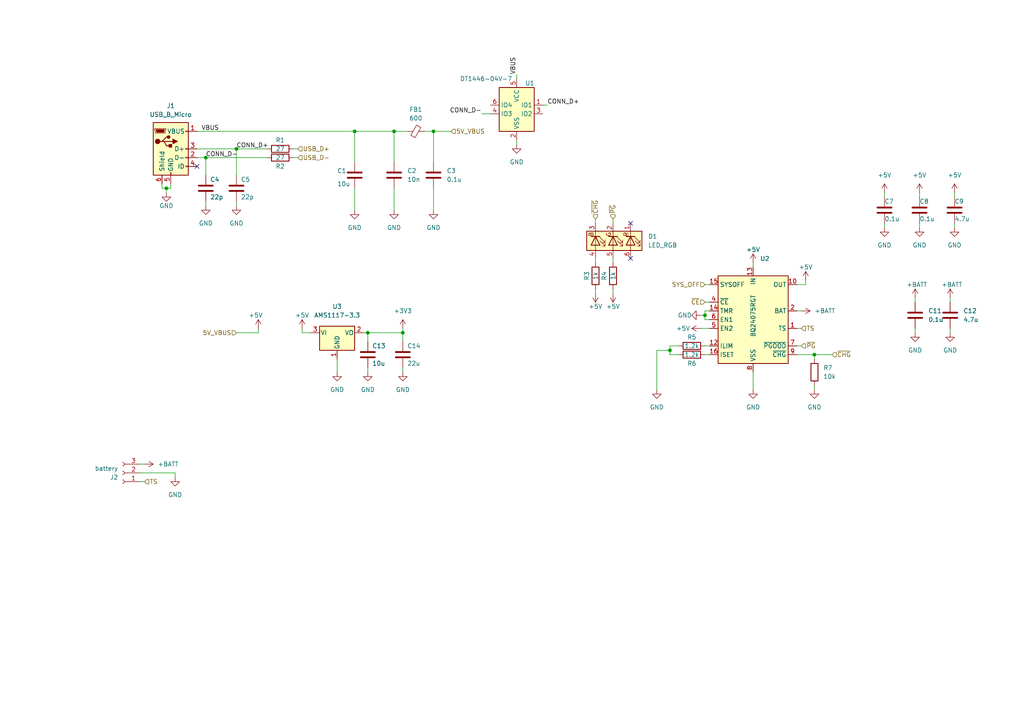
<source format=kicad_sch>
(kicad_sch (version 20211123) (generator eeschema)

  (uuid c01d9a64-d38b-4c0f-962d-9f3d7684ddbb)

  (paper "A4")

  (lib_symbols
    (symbol "Battery_Management:BQ24075RGT" (in_bom yes) (on_board yes)
      (property "Reference" "U" (id 0) (at -8.89 13.97 0)
        (effects (font (size 1.27 1.27)) (justify right))
      )
      (property "Value" "BQ24075RGT" (id 1) (at 16.51 13.97 0)
        (effects (font (size 1.27 1.27)) (justify right))
      )
      (property "Footprint" "Package_DFN_QFN:VQFN-16-1EP_3x3mm_P0.5mm_EP1.6x1.6mm" (id 2) (at 7.62 -13.97 0)
        (effects (font (size 1.27 1.27)) (justify left) hide)
      )
      (property "Datasheet" "http://www.ti.com/lit/ds/symlink/bq24075.pdf" (id 3) (at 7.62 5.08 0)
        (effects (font (size 1.27 1.27)) hide)
      )
      (property "ki_keywords" "USB Charge" (id 4) (at 0 0 0)
        (effects (font (size 1.27 1.27)) hide)
      )
      (property "ki_description" "USB-Friendly Li-Ion Battery Charger and Power-Path Management, VQFN-16" (id 5) (at 0 0 0)
        (effects (font (size 1.27 1.27)) hide)
      )
      (property "ki_fp_filters" "VQFN*1EP*3x3mm*P0.5mm*" (id 6) (at 0 0 0)
        (effects (font (size 1.27 1.27)) hide)
      )
      (symbol "BQ24075RGT_0_1"
        (rectangle (start -10.16 12.7) (end 10.16 -12.7)
          (stroke (width 0.254) (type default) (color 0 0 0 0))
          (fill (type background))
        )
      )
      (symbol "BQ24075RGT_1_1"
        (pin passive line (at 12.7 -2.54 180) (length 2.54)
          (name "TS" (effects (font (size 1.27 1.27))))
          (number "1" (effects (font (size 1.27 1.27))))
        )
        (pin power_out line (at 12.7 10.16 180) (length 2.54)
          (name "OUT" (effects (font (size 1.27 1.27))))
          (number "10" (effects (font (size 1.27 1.27))))
        )
        (pin passive line (at 12.7 10.16 180) (length 2.54) hide
          (name "OUT" (effects (font (size 1.27 1.27))))
          (number "11" (effects (font (size 1.27 1.27))))
        )
        (pin passive line (at -12.7 -7.62 0) (length 2.54)
          (name "ILIM" (effects (font (size 1.27 1.27))))
          (number "12" (effects (font (size 1.27 1.27))))
        )
        (pin power_in line (at 0 15.24 270) (length 2.54)
          (name "IN" (effects (font (size 1.27 1.27))))
          (number "13" (effects (font (size 1.27 1.27))))
        )
        (pin input line (at -12.7 2.54 0) (length 2.54)
          (name "TMR" (effects (font (size 1.27 1.27))))
          (number "14" (effects (font (size 1.27 1.27))))
        )
        (pin input line (at -12.7 10.16 0) (length 2.54)
          (name "SYSOFF" (effects (font (size 1.27 1.27))))
          (number "15" (effects (font (size 1.27 1.27))))
        )
        (pin passive line (at -12.7 -10.16 0) (length 2.54)
          (name "ISET" (effects (font (size 1.27 1.27))))
          (number "16" (effects (font (size 1.27 1.27))))
        )
        (pin passive line (at 0 -15.24 90) (length 2.54) hide
          (name "VSS" (effects (font (size 1.27 1.27))))
          (number "17" (effects (font (size 1.27 1.27))))
        )
        (pin power_out line (at 12.7 2.54 180) (length 2.54)
          (name "BAT" (effects (font (size 1.27 1.27))))
          (number "2" (effects (font (size 1.27 1.27))))
        )
        (pin passive line (at 12.7 2.54 180) (length 2.54) hide
          (name "BAT" (effects (font (size 1.27 1.27))))
          (number "3" (effects (font (size 1.27 1.27))))
        )
        (pin input line (at -12.7 5.08 0) (length 2.54)
          (name "~{CE}" (effects (font (size 1.27 1.27))))
          (number "4" (effects (font (size 1.27 1.27))))
        )
        (pin input line (at -12.7 -2.54 0) (length 2.54)
          (name "EN2" (effects (font (size 1.27 1.27))))
          (number "5" (effects (font (size 1.27 1.27))))
        )
        (pin input line (at -12.7 0 0) (length 2.54)
          (name "EN1" (effects (font (size 1.27 1.27))))
          (number "6" (effects (font (size 1.27 1.27))))
        )
        (pin open_collector line (at 12.7 -7.62 180) (length 2.54)
          (name "~{PGOOD}" (effects (font (size 1.27 1.27))))
          (number "7" (effects (font (size 1.27 1.27))))
        )
        (pin power_in line (at 0 -15.24 90) (length 2.54)
          (name "VSS" (effects (font (size 1.27 1.27))))
          (number "8" (effects (font (size 1.27 1.27))))
        )
        (pin open_collector line (at 12.7 -10.16 180) (length 2.54)
          (name "~{CHG}" (effects (font (size 1.27 1.27))))
          (number "9" (effects (font (size 1.27 1.27))))
        )
      )
    )
    (symbol "Connector:Conn_01x03_Female" (pin_names (offset 1.016) hide) (in_bom yes) (on_board yes)
      (property "Reference" "J" (id 0) (at 0 5.08 0)
        (effects (font (size 1.27 1.27)))
      )
      (property "Value" "Conn_01x03_Female" (id 1) (at 0 -5.08 0)
        (effects (font (size 1.27 1.27)))
      )
      (property "Footprint" "" (id 2) (at 0 0 0)
        (effects (font (size 1.27 1.27)) hide)
      )
      (property "Datasheet" "~" (id 3) (at 0 0 0)
        (effects (font (size 1.27 1.27)) hide)
      )
      (property "ki_keywords" "connector" (id 4) (at 0 0 0)
        (effects (font (size 1.27 1.27)) hide)
      )
      (property "ki_description" "Generic connector, single row, 01x03, script generated (kicad-library-utils/schlib/autogen/connector/)" (id 5) (at 0 0 0)
        (effects (font (size 1.27 1.27)) hide)
      )
      (property "ki_fp_filters" "Connector*:*_1x??_*" (id 6) (at 0 0 0)
        (effects (font (size 1.27 1.27)) hide)
      )
      (symbol "Conn_01x03_Female_1_1"
        (arc (start 0 -2.032) (mid -0.508 -2.54) (end 0 -3.048)
          (stroke (width 0.1524) (type default) (color 0 0 0 0))
          (fill (type none))
        )
        (polyline
          (pts
            (xy -1.27 -2.54)
            (xy -0.508 -2.54)
          )
          (stroke (width 0.1524) (type default) (color 0 0 0 0))
          (fill (type none))
        )
        (polyline
          (pts
            (xy -1.27 0)
            (xy -0.508 0)
          )
          (stroke (width 0.1524) (type default) (color 0 0 0 0))
          (fill (type none))
        )
        (polyline
          (pts
            (xy -1.27 2.54)
            (xy -0.508 2.54)
          )
          (stroke (width 0.1524) (type default) (color 0 0 0 0))
          (fill (type none))
        )
        (arc (start 0 0.508) (mid -0.508 0) (end 0 -0.508)
          (stroke (width 0.1524) (type default) (color 0 0 0 0))
          (fill (type none))
        )
        (arc (start 0 3.048) (mid -0.508 2.54) (end 0 2.032)
          (stroke (width 0.1524) (type default) (color 0 0 0 0))
          (fill (type none))
        )
        (pin passive line (at -5.08 2.54 0) (length 3.81)
          (name "Pin_1" (effects (font (size 1.27 1.27))))
          (number "1" (effects (font (size 1.27 1.27))))
        )
        (pin passive line (at -5.08 0 0) (length 3.81)
          (name "Pin_2" (effects (font (size 1.27 1.27))))
          (number "2" (effects (font (size 1.27 1.27))))
        )
        (pin passive line (at -5.08 -2.54 0) (length 3.81)
          (name "Pin_3" (effects (font (size 1.27 1.27))))
          (number "3" (effects (font (size 1.27 1.27))))
        )
      )
    )
    (symbol "Connector:USB_B_Micro" (pin_names (offset 1.016)) (in_bom yes) (on_board yes)
      (property "Reference" "J" (id 0) (at -5.08 11.43 0)
        (effects (font (size 1.27 1.27)) (justify left))
      )
      (property "Value" "USB_B_Micro" (id 1) (at -5.08 8.89 0)
        (effects (font (size 1.27 1.27)) (justify left))
      )
      (property "Footprint" "" (id 2) (at 3.81 -1.27 0)
        (effects (font (size 1.27 1.27)) hide)
      )
      (property "Datasheet" "~" (id 3) (at 3.81 -1.27 0)
        (effects (font (size 1.27 1.27)) hide)
      )
      (property "ki_keywords" "connector USB micro" (id 4) (at 0 0 0)
        (effects (font (size 1.27 1.27)) hide)
      )
      (property "ki_description" "USB Micro Type B connector" (id 5) (at 0 0 0)
        (effects (font (size 1.27 1.27)) hide)
      )
      (property "ki_fp_filters" "USB*" (id 6) (at 0 0 0)
        (effects (font (size 1.27 1.27)) hide)
      )
      (symbol "USB_B_Micro_0_1"
        (rectangle (start -5.08 -7.62) (end 5.08 7.62)
          (stroke (width 0.254) (type default) (color 0 0 0 0))
          (fill (type background))
        )
        (circle (center -3.81 2.159) (radius 0.635)
          (stroke (width 0.254) (type default) (color 0 0 0 0))
          (fill (type outline))
        )
        (circle (center -0.635 3.429) (radius 0.381)
          (stroke (width 0.254) (type default) (color 0 0 0 0))
          (fill (type outline))
        )
        (rectangle (start -0.127 -7.62) (end 0.127 -6.858)
          (stroke (width 0) (type default) (color 0 0 0 0))
          (fill (type none))
        )
        (polyline
          (pts
            (xy -1.905 2.159)
            (xy 0.635 2.159)
          )
          (stroke (width 0.254) (type default) (color 0 0 0 0))
          (fill (type none))
        )
        (polyline
          (pts
            (xy -3.175 2.159)
            (xy -2.54 2.159)
            (xy -1.27 3.429)
            (xy -0.635 3.429)
          )
          (stroke (width 0.254) (type default) (color 0 0 0 0))
          (fill (type none))
        )
        (polyline
          (pts
            (xy -2.54 2.159)
            (xy -1.905 2.159)
            (xy -1.27 0.889)
            (xy 0 0.889)
          )
          (stroke (width 0.254) (type default) (color 0 0 0 0))
          (fill (type none))
        )
        (polyline
          (pts
            (xy 0.635 2.794)
            (xy 0.635 1.524)
            (xy 1.905 2.159)
            (xy 0.635 2.794)
          )
          (stroke (width 0.254) (type default) (color 0 0 0 0))
          (fill (type outline))
        )
        (polyline
          (pts
            (xy -4.318 5.588)
            (xy -1.778 5.588)
            (xy -2.032 4.826)
            (xy -4.064 4.826)
            (xy -4.318 5.588)
          )
          (stroke (width 0) (type default) (color 0 0 0 0))
          (fill (type outline))
        )
        (polyline
          (pts
            (xy -4.699 5.842)
            (xy -4.699 5.588)
            (xy -4.445 4.826)
            (xy -4.445 4.572)
            (xy -1.651 4.572)
            (xy -1.651 4.826)
            (xy -1.397 5.588)
            (xy -1.397 5.842)
            (xy -4.699 5.842)
          )
          (stroke (width 0) (type default) (color 0 0 0 0))
          (fill (type none))
        )
        (rectangle (start 0.254 1.27) (end -0.508 0.508)
          (stroke (width 0.254) (type default) (color 0 0 0 0))
          (fill (type outline))
        )
        (rectangle (start 5.08 -5.207) (end 4.318 -4.953)
          (stroke (width 0) (type default) (color 0 0 0 0))
          (fill (type none))
        )
        (rectangle (start 5.08 -2.667) (end 4.318 -2.413)
          (stroke (width 0) (type default) (color 0 0 0 0))
          (fill (type none))
        )
        (rectangle (start 5.08 -0.127) (end 4.318 0.127)
          (stroke (width 0) (type default) (color 0 0 0 0))
          (fill (type none))
        )
        (rectangle (start 5.08 4.953) (end 4.318 5.207)
          (stroke (width 0) (type default) (color 0 0 0 0))
          (fill (type none))
        )
      )
      (symbol "USB_B_Micro_1_1"
        (pin power_out line (at 7.62 5.08 180) (length 2.54)
          (name "VBUS" (effects (font (size 1.27 1.27))))
          (number "1" (effects (font (size 1.27 1.27))))
        )
        (pin bidirectional line (at 7.62 -2.54 180) (length 2.54)
          (name "D-" (effects (font (size 1.27 1.27))))
          (number "2" (effects (font (size 1.27 1.27))))
        )
        (pin bidirectional line (at 7.62 0 180) (length 2.54)
          (name "D+" (effects (font (size 1.27 1.27))))
          (number "3" (effects (font (size 1.27 1.27))))
        )
        (pin passive line (at 7.62 -5.08 180) (length 2.54)
          (name "ID" (effects (font (size 1.27 1.27))))
          (number "4" (effects (font (size 1.27 1.27))))
        )
        (pin power_out line (at 0 -10.16 90) (length 2.54)
          (name "GND" (effects (font (size 1.27 1.27))))
          (number "5" (effects (font (size 1.27 1.27))))
        )
        (pin passive line (at -2.54 -10.16 90) (length 2.54)
          (name "Shield" (effects (font (size 1.27 1.27))))
          (number "6" (effects (font (size 1.27 1.27))))
        )
      )
    )
    (symbol "Device:C" (pin_numbers hide) (pin_names (offset 0.254)) (in_bom yes) (on_board yes)
      (property "Reference" "C" (id 0) (at 0.635 2.54 0)
        (effects (font (size 1.27 1.27)) (justify left))
      )
      (property "Value" "C" (id 1) (at 0.635 -2.54 0)
        (effects (font (size 1.27 1.27)) (justify left))
      )
      (property "Footprint" "" (id 2) (at 0.9652 -3.81 0)
        (effects (font (size 1.27 1.27)) hide)
      )
      (property "Datasheet" "~" (id 3) (at 0 0 0)
        (effects (font (size 1.27 1.27)) hide)
      )
      (property "ki_keywords" "cap capacitor" (id 4) (at 0 0 0)
        (effects (font (size 1.27 1.27)) hide)
      )
      (property "ki_description" "Unpolarized capacitor" (id 5) (at 0 0 0)
        (effects (font (size 1.27 1.27)) hide)
      )
      (property "ki_fp_filters" "C_*" (id 6) (at 0 0 0)
        (effects (font (size 1.27 1.27)) hide)
      )
      (symbol "C_0_1"
        (polyline
          (pts
            (xy -2.032 -0.762)
            (xy 2.032 -0.762)
          )
          (stroke (width 0.508) (type default) (color 0 0 0 0))
          (fill (type none))
        )
        (polyline
          (pts
            (xy -2.032 0.762)
            (xy 2.032 0.762)
          )
          (stroke (width 0.508) (type default) (color 0 0 0 0))
          (fill (type none))
        )
      )
      (symbol "C_1_1"
        (pin passive line (at 0 3.81 270) (length 2.794)
          (name "~" (effects (font (size 1.27 1.27))))
          (number "1" (effects (font (size 1.27 1.27))))
        )
        (pin passive line (at 0 -3.81 90) (length 2.794)
          (name "~" (effects (font (size 1.27 1.27))))
          (number "2" (effects (font (size 1.27 1.27))))
        )
      )
    )
    (symbol "Device:FerriteBead_Small" (pin_numbers hide) (pin_names (offset 0)) (in_bom yes) (on_board yes)
      (property "Reference" "FB" (id 0) (at 1.905 1.27 0)
        (effects (font (size 1.27 1.27)) (justify left))
      )
      (property "Value" "FerriteBead_Small" (id 1) (at 1.905 -1.27 0)
        (effects (font (size 1.27 1.27)) (justify left))
      )
      (property "Footprint" "" (id 2) (at -1.778 0 90)
        (effects (font (size 1.27 1.27)) hide)
      )
      (property "Datasheet" "~" (id 3) (at 0 0 0)
        (effects (font (size 1.27 1.27)) hide)
      )
      (property "ki_keywords" "L ferrite bead inductor filter" (id 4) (at 0 0 0)
        (effects (font (size 1.27 1.27)) hide)
      )
      (property "ki_description" "Ferrite bead, small symbol" (id 5) (at 0 0 0)
        (effects (font (size 1.27 1.27)) hide)
      )
      (property "ki_fp_filters" "Inductor_* L_* *Ferrite*" (id 6) (at 0 0 0)
        (effects (font (size 1.27 1.27)) hide)
      )
      (symbol "FerriteBead_Small_0_1"
        (polyline
          (pts
            (xy 0 -1.27)
            (xy 0 -0.7874)
          )
          (stroke (width 0) (type default) (color 0 0 0 0))
          (fill (type none))
        )
        (polyline
          (pts
            (xy 0 0.889)
            (xy 0 1.2954)
          )
          (stroke (width 0) (type default) (color 0 0 0 0))
          (fill (type none))
        )
        (polyline
          (pts
            (xy -1.8288 0.2794)
            (xy -1.1176 1.4986)
            (xy 1.8288 -0.2032)
            (xy 1.1176 -1.4224)
            (xy -1.8288 0.2794)
          )
          (stroke (width 0) (type default) (color 0 0 0 0))
          (fill (type none))
        )
      )
      (symbol "FerriteBead_Small_1_1"
        (pin passive line (at 0 2.54 270) (length 1.27)
          (name "~" (effects (font (size 1.27 1.27))))
          (number "1" (effects (font (size 1.27 1.27))))
        )
        (pin passive line (at 0 -2.54 90) (length 1.27)
          (name "~" (effects (font (size 1.27 1.27))))
          (number "2" (effects (font (size 1.27 1.27))))
        )
      )
    )
    (symbol "Device:LED_RGB" (pin_names (offset 0) hide) (in_bom yes) (on_board yes)
      (property "Reference" "D" (id 0) (at 0 9.398 0)
        (effects (font (size 1.27 1.27)))
      )
      (property "Value" "LED_RGB" (id 1) (at 0 -8.89 0)
        (effects (font (size 1.27 1.27)))
      )
      (property "Footprint" "" (id 2) (at 0 -1.27 0)
        (effects (font (size 1.27 1.27)) hide)
      )
      (property "Datasheet" "~" (id 3) (at 0 -1.27 0)
        (effects (font (size 1.27 1.27)) hide)
      )
      (property "ki_keywords" "LED RGB diode" (id 4) (at 0 0 0)
        (effects (font (size 1.27 1.27)) hide)
      )
      (property "ki_description" "RGB LED, 6 pin package" (id 5) (at 0 0 0)
        (effects (font (size 1.27 1.27)) hide)
      )
      (property "ki_fp_filters" "LED* LED_SMD:* LED_THT:*" (id 6) (at 0 0 0)
        (effects (font (size 1.27 1.27)) hide)
      )
      (symbol "LED_RGB_0_0"
        (text "B" (at -1.905 -6.35 0)
          (effects (font (size 1.27 1.27)))
        )
        (text "G" (at -1.905 -1.27 0)
          (effects (font (size 1.27 1.27)))
        )
        (text "R" (at -1.905 3.81 0)
          (effects (font (size 1.27 1.27)))
        )
      )
      (symbol "LED_RGB_0_1"
        (polyline
          (pts
            (xy -1.27 -5.08)
            (xy -2.54 -5.08)
          )
          (stroke (width 0) (type default) (color 0 0 0 0))
          (fill (type none))
        )
        (polyline
          (pts
            (xy -1.27 -5.08)
            (xy 1.27 -5.08)
          )
          (stroke (width 0) (type default) (color 0 0 0 0))
          (fill (type none))
        )
        (polyline
          (pts
            (xy -1.27 -3.81)
            (xy -1.27 -6.35)
          )
          (stroke (width 0.254) (type default) (color 0 0 0 0))
          (fill (type none))
        )
        (polyline
          (pts
            (xy -1.27 0)
            (xy -2.54 0)
          )
          (stroke (width 0) (type default) (color 0 0 0 0))
          (fill (type none))
        )
        (polyline
          (pts
            (xy -1.27 1.27)
            (xy -1.27 -1.27)
          )
          (stroke (width 0.254) (type default) (color 0 0 0 0))
          (fill (type none))
        )
        (polyline
          (pts
            (xy -1.27 5.08)
            (xy -2.54 5.08)
          )
          (stroke (width 0) (type default) (color 0 0 0 0))
          (fill (type none))
        )
        (polyline
          (pts
            (xy -1.27 5.08)
            (xy 1.27 5.08)
          )
          (stroke (width 0) (type default) (color 0 0 0 0))
          (fill (type none))
        )
        (polyline
          (pts
            (xy -1.27 6.35)
            (xy -1.27 3.81)
          )
          (stroke (width 0.254) (type default) (color 0 0 0 0))
          (fill (type none))
        )
        (polyline
          (pts
            (xy 1.27 -5.08)
            (xy 2.54 -5.08)
          )
          (stroke (width 0) (type default) (color 0 0 0 0))
          (fill (type none))
        )
        (polyline
          (pts
            (xy 1.27 0)
            (xy -1.27 0)
          )
          (stroke (width 0) (type default) (color 0 0 0 0))
          (fill (type none))
        )
        (polyline
          (pts
            (xy 1.27 0)
            (xy 2.54 0)
          )
          (stroke (width 0) (type default) (color 0 0 0 0))
          (fill (type none))
        )
        (polyline
          (pts
            (xy 1.27 5.08)
            (xy 2.54 5.08)
          )
          (stroke (width 0) (type default) (color 0 0 0 0))
          (fill (type none))
        )
        (polyline
          (pts
            (xy -1.27 1.27)
            (xy -1.27 -1.27)
            (xy -1.27 -1.27)
          )
          (stroke (width 0) (type default) (color 0 0 0 0))
          (fill (type none))
        )
        (polyline
          (pts
            (xy -1.27 6.35)
            (xy -1.27 3.81)
            (xy -1.27 3.81)
          )
          (stroke (width 0) (type default) (color 0 0 0 0))
          (fill (type none))
        )
        (polyline
          (pts
            (xy 1.27 -3.81)
            (xy 1.27 -6.35)
            (xy -1.27 -5.08)
            (xy 1.27 -3.81)
          )
          (stroke (width 0.254) (type default) (color 0 0 0 0))
          (fill (type none))
        )
        (polyline
          (pts
            (xy 1.27 1.27)
            (xy 1.27 -1.27)
            (xy -1.27 0)
            (xy 1.27 1.27)
          )
          (stroke (width 0.254) (type default) (color 0 0 0 0))
          (fill (type none))
        )
        (polyline
          (pts
            (xy 1.27 6.35)
            (xy 1.27 3.81)
            (xy -1.27 5.08)
            (xy 1.27 6.35)
          )
          (stroke (width 0.254) (type default) (color 0 0 0 0))
          (fill (type none))
        )
        (polyline
          (pts
            (xy -1.016 -3.81)
            (xy 0.508 -2.286)
            (xy -0.254 -2.286)
            (xy 0.508 -2.286)
            (xy 0.508 -3.048)
          )
          (stroke (width 0) (type default) (color 0 0 0 0))
          (fill (type none))
        )
        (polyline
          (pts
            (xy -1.016 1.27)
            (xy 0.508 2.794)
            (xy -0.254 2.794)
            (xy 0.508 2.794)
            (xy 0.508 2.032)
          )
          (stroke (width 0) (type default) (color 0 0 0 0))
          (fill (type none))
        )
        (polyline
          (pts
            (xy -1.016 6.35)
            (xy 0.508 7.874)
            (xy -0.254 7.874)
            (xy 0.508 7.874)
            (xy 0.508 7.112)
          )
          (stroke (width 0) (type default) (color 0 0 0 0))
          (fill (type none))
        )
        (polyline
          (pts
            (xy 0 -3.81)
            (xy 1.524 -2.286)
            (xy 0.762 -2.286)
            (xy 1.524 -2.286)
            (xy 1.524 -3.048)
          )
          (stroke (width 0) (type default) (color 0 0 0 0))
          (fill (type none))
        )
        (polyline
          (pts
            (xy 0 1.27)
            (xy 1.524 2.794)
            (xy 0.762 2.794)
            (xy 1.524 2.794)
            (xy 1.524 2.032)
          )
          (stroke (width 0) (type default) (color 0 0 0 0))
          (fill (type none))
        )
        (polyline
          (pts
            (xy 0 6.35)
            (xy 1.524 7.874)
            (xy 0.762 7.874)
            (xy 1.524 7.874)
            (xy 1.524 7.112)
          )
          (stroke (width 0) (type default) (color 0 0 0 0))
          (fill (type none))
        )
        (rectangle (start 1.27 -1.27) (end 1.27 1.27)
          (stroke (width 0) (type default) (color 0 0 0 0))
          (fill (type none))
        )
        (rectangle (start 1.27 1.27) (end 1.27 1.27)
          (stroke (width 0) (type default) (color 0 0 0 0))
          (fill (type none))
        )
        (rectangle (start 1.27 3.81) (end 1.27 6.35)
          (stroke (width 0) (type default) (color 0 0 0 0))
          (fill (type none))
        )
        (rectangle (start 1.27 6.35) (end 1.27 6.35)
          (stroke (width 0) (type default) (color 0 0 0 0))
          (fill (type none))
        )
        (rectangle (start 2.794 8.382) (end -2.794 -7.62)
          (stroke (width 0.254) (type default) (color 0 0 0 0))
          (fill (type background))
        )
      )
      (symbol "LED_RGB_1_1"
        (pin passive line (at -5.08 5.08 0) (length 2.54)
          (name "RK" (effects (font (size 1.27 1.27))))
          (number "1" (effects (font (size 1.27 1.27))))
        )
        (pin passive line (at -5.08 0 0) (length 2.54)
          (name "GK" (effects (font (size 1.27 1.27))))
          (number "2" (effects (font (size 1.27 1.27))))
        )
        (pin passive line (at -5.08 -5.08 0) (length 2.54)
          (name "BK" (effects (font (size 1.27 1.27))))
          (number "3" (effects (font (size 1.27 1.27))))
        )
        (pin passive line (at 5.08 -5.08 180) (length 2.54)
          (name "BA" (effects (font (size 1.27 1.27))))
          (number "4" (effects (font (size 1.27 1.27))))
        )
        (pin passive line (at 5.08 0 180) (length 2.54)
          (name "GA" (effects (font (size 1.27 1.27))))
          (number "5" (effects (font (size 1.27 1.27))))
        )
        (pin passive line (at 5.08 5.08 180) (length 2.54)
          (name "RA" (effects (font (size 1.27 1.27))))
          (number "6" (effects (font (size 1.27 1.27))))
        )
      )
    )
    (symbol "Device:R" (pin_numbers hide) (pin_names (offset 0)) (in_bom yes) (on_board yes)
      (property "Reference" "R" (id 0) (at 2.032 0 90)
        (effects (font (size 1.27 1.27)))
      )
      (property "Value" "R" (id 1) (at 0 0 90)
        (effects (font (size 1.27 1.27)))
      )
      (property "Footprint" "" (id 2) (at -1.778 0 90)
        (effects (font (size 1.27 1.27)) hide)
      )
      (property "Datasheet" "~" (id 3) (at 0 0 0)
        (effects (font (size 1.27 1.27)) hide)
      )
      (property "ki_keywords" "R res resistor" (id 4) (at 0 0 0)
        (effects (font (size 1.27 1.27)) hide)
      )
      (property "ki_description" "Resistor" (id 5) (at 0 0 0)
        (effects (font (size 1.27 1.27)) hide)
      )
      (property "ki_fp_filters" "R_*" (id 6) (at 0 0 0)
        (effects (font (size 1.27 1.27)) hide)
      )
      (symbol "R_0_1"
        (rectangle (start -1.016 -2.54) (end 1.016 2.54)
          (stroke (width 0.254) (type default) (color 0 0 0 0))
          (fill (type none))
        )
      )
      (symbol "R_1_1"
        (pin passive line (at 0 3.81 270) (length 1.27)
          (name "~" (effects (font (size 1.27 1.27))))
          (number "1" (effects (font (size 1.27 1.27))))
        )
        (pin passive line (at 0 -3.81 90) (length 1.27)
          (name "~" (effects (font (size 1.27 1.27))))
          (number "2" (effects (font (size 1.27 1.27))))
        )
      )
    )
    (symbol "RF_Switch:MASWSS0179" (in_bom yes) (on_board yes)
      (property "Reference" "U?" (id 0) (at 0 11.43 0)
        (effects (font (size 1.27 1.27)))
      )
      (property "Value" "DT1446-04V-7" (id 1) (at 0 8.89 0)
        (effects (font (size 1.27 1.27)))
      )
      (property "Footprint" "Package_TO_SOT_SMD:SOT-23-6" (id 2) (at 1.27 15.24 0)
        (effects (font (size 1.27 1.27)) hide)
      )
      (property "Datasheet" "" (id 3) (at 0 2.54 0)
        (effects (font (size 1.27 1.27)) hide)
      )
      (property "ki_keywords" "RF SWITCH SPDT" (id 4) (at 0 0 0)
        (effects (font (size 1.27 1.27)) hide)
      )
      (property "ki_description" "Macom GaAs RF SPDT switch, DC-2GHz, 0.6/22dB loss/isolation, SOT-26 (SOT-23-6)" (id 5) (at 0 0 0)
        (effects (font (size 1.27 1.27)) hide)
      )
      (property "ki_fp_filters" "SOT?23*" (id 6) (at 0 0 0)
        (effects (font (size 1.27 1.27)) hide)
      )
      (symbol "MASWSS0179_0_1"
        (rectangle (start -7.62 6.35) (end 2.54 -6.35)
          (stroke (width 0.254) (type default) (color 0 0 0 0))
          (fill (type background))
        )
      )
      (symbol "MASWSS0179_1_1"
        (pin passive line (at 5.08 1.27 180) (length 2.54)
          (name "IO1" (effects (font (size 1.27 1.27))))
          (number "1" (effects (font (size 1.27 1.27))))
        )
        (pin power_in line (at -2.54 -8.89 90) (length 2.54)
          (name "VSS" (effects (font (size 1.27 1.27))))
          (number "2" (effects (font (size 1.27 1.27))))
        )
        (pin passive line (at 5.08 -1.27 180) (length 2.54)
          (name "IO2" (effects (font (size 1.27 1.27))))
          (number "3" (effects (font (size 1.27 1.27))))
        )
        (pin input line (at -10.16 -1.27 0) (length 2.54)
          (name "IO3" (effects (font (size 1.27 1.27))))
          (number "4" (effects (font (size 1.27 1.27))))
        )
        (pin power_in line (at -2.54 8.89 270) (length 2.54)
          (name "VCC" (effects (font (size 1.27 1.27))))
          (number "5" (effects (font (size 1.27 1.27))))
        )
        (pin input line (at -10.16 1.27 0) (length 2.54)
          (name "IO4" (effects (font (size 1.27 1.27))))
          (number "6" (effects (font (size 1.27 1.27))))
        )
      )
    )
    (symbol "Regulator_Linear:AMS1117-3.3" (pin_names (offset 0.254)) (in_bom yes) (on_board yes)
      (property "Reference" "U" (id 0) (at -3.81 3.175 0)
        (effects (font (size 1.27 1.27)))
      )
      (property "Value" "AMS1117-3.3" (id 1) (at 0 3.175 0)
        (effects (font (size 1.27 1.27)) (justify left))
      )
      (property "Footprint" "Package_TO_SOT_SMD:SOT-223-3_TabPin2" (id 2) (at 0 5.08 0)
        (effects (font (size 1.27 1.27)) hide)
      )
      (property "Datasheet" "http://www.advanced-monolithic.com/pdf/ds1117.pdf" (id 3) (at 2.54 -6.35 0)
        (effects (font (size 1.27 1.27)) hide)
      )
      (property "ki_keywords" "linear regulator ldo fixed positive" (id 4) (at 0 0 0)
        (effects (font (size 1.27 1.27)) hide)
      )
      (property "ki_description" "1A Low Dropout regulator, positive, 3.3V fixed output, SOT-223" (id 5) (at 0 0 0)
        (effects (font (size 1.27 1.27)) hide)
      )
      (property "ki_fp_filters" "SOT?223*TabPin2*" (id 6) (at 0 0 0)
        (effects (font (size 1.27 1.27)) hide)
      )
      (symbol "AMS1117-3.3_0_1"
        (rectangle (start -5.08 -5.08) (end 5.08 1.905)
          (stroke (width 0.254) (type default) (color 0 0 0 0))
          (fill (type background))
        )
      )
      (symbol "AMS1117-3.3_1_1"
        (pin power_in line (at 0 -7.62 90) (length 2.54)
          (name "GND" (effects (font (size 1.27 1.27))))
          (number "1" (effects (font (size 1.27 1.27))))
        )
        (pin power_out line (at 7.62 0 180) (length 2.54)
          (name "VO" (effects (font (size 1.27 1.27))))
          (number "2" (effects (font (size 1.27 1.27))))
        )
        (pin power_in line (at -7.62 0 0) (length 2.54)
          (name "VI" (effects (font (size 1.27 1.27))))
          (number "3" (effects (font (size 1.27 1.27))))
        )
      )
    )
    (symbol "power:+3V3" (power) (pin_names (offset 0)) (in_bom yes) (on_board yes)
      (property "Reference" "#PWR" (id 0) (at 0 -3.81 0)
        (effects (font (size 1.27 1.27)) hide)
      )
      (property "Value" "+3V3" (id 1) (at 0 3.556 0)
        (effects (font (size 1.27 1.27)))
      )
      (property "Footprint" "" (id 2) (at 0 0 0)
        (effects (font (size 1.27 1.27)) hide)
      )
      (property "Datasheet" "" (id 3) (at 0 0 0)
        (effects (font (size 1.27 1.27)) hide)
      )
      (property "ki_keywords" "power-flag" (id 4) (at 0 0 0)
        (effects (font (size 1.27 1.27)) hide)
      )
      (property "ki_description" "Power symbol creates a global label with name \"+3V3\"" (id 5) (at 0 0 0)
        (effects (font (size 1.27 1.27)) hide)
      )
      (symbol "+3V3_0_1"
        (polyline
          (pts
            (xy -0.762 1.27)
            (xy 0 2.54)
          )
          (stroke (width 0) (type default) (color 0 0 0 0))
          (fill (type none))
        )
        (polyline
          (pts
            (xy 0 0)
            (xy 0 2.54)
          )
          (stroke (width 0) (type default) (color 0 0 0 0))
          (fill (type none))
        )
        (polyline
          (pts
            (xy 0 2.54)
            (xy 0.762 1.27)
          )
          (stroke (width 0) (type default) (color 0 0 0 0))
          (fill (type none))
        )
      )
      (symbol "+3V3_1_1"
        (pin power_in line (at 0 0 90) (length 0) hide
          (name "+3V3" (effects (font (size 1.27 1.27))))
          (number "1" (effects (font (size 1.27 1.27))))
        )
      )
    )
    (symbol "power:+5V" (power) (pin_names (offset 0)) (in_bom yes) (on_board yes)
      (property "Reference" "#PWR" (id 0) (at 0 -3.81 0)
        (effects (font (size 1.27 1.27)) hide)
      )
      (property "Value" "+5V" (id 1) (at 0 3.556 0)
        (effects (font (size 1.27 1.27)))
      )
      (property "Footprint" "" (id 2) (at 0 0 0)
        (effects (font (size 1.27 1.27)) hide)
      )
      (property "Datasheet" "" (id 3) (at 0 0 0)
        (effects (font (size 1.27 1.27)) hide)
      )
      (property "ki_keywords" "power-flag" (id 4) (at 0 0 0)
        (effects (font (size 1.27 1.27)) hide)
      )
      (property "ki_description" "Power symbol creates a global label with name \"+5V\"" (id 5) (at 0 0 0)
        (effects (font (size 1.27 1.27)) hide)
      )
      (symbol "+5V_0_1"
        (polyline
          (pts
            (xy -0.762 1.27)
            (xy 0 2.54)
          )
          (stroke (width 0) (type default) (color 0 0 0 0))
          (fill (type none))
        )
        (polyline
          (pts
            (xy 0 0)
            (xy 0 2.54)
          )
          (stroke (width 0) (type default) (color 0 0 0 0))
          (fill (type none))
        )
        (polyline
          (pts
            (xy 0 2.54)
            (xy 0.762 1.27)
          )
          (stroke (width 0) (type default) (color 0 0 0 0))
          (fill (type none))
        )
      )
      (symbol "+5V_1_1"
        (pin power_in line (at 0 0 90) (length 0) hide
          (name "+5V" (effects (font (size 1.27 1.27))))
          (number "1" (effects (font (size 1.27 1.27))))
        )
      )
    )
    (symbol "power:+BATT" (power) (pin_names (offset 0)) (in_bom yes) (on_board yes)
      (property "Reference" "#PWR" (id 0) (at 0 -3.81 0)
        (effects (font (size 1.27 1.27)) hide)
      )
      (property "Value" "+BATT" (id 1) (at 0 3.556 0)
        (effects (font (size 1.27 1.27)))
      )
      (property "Footprint" "" (id 2) (at 0 0 0)
        (effects (font (size 1.27 1.27)) hide)
      )
      (property "Datasheet" "" (id 3) (at 0 0 0)
        (effects (font (size 1.27 1.27)) hide)
      )
      (property "ki_keywords" "power-flag battery" (id 4) (at 0 0 0)
        (effects (font (size 1.27 1.27)) hide)
      )
      (property "ki_description" "Power symbol creates a global label with name \"+BATT\"" (id 5) (at 0 0 0)
        (effects (font (size 1.27 1.27)) hide)
      )
      (symbol "+BATT_0_1"
        (polyline
          (pts
            (xy -0.762 1.27)
            (xy 0 2.54)
          )
          (stroke (width 0) (type default) (color 0 0 0 0))
          (fill (type none))
        )
        (polyline
          (pts
            (xy 0 0)
            (xy 0 2.54)
          )
          (stroke (width 0) (type default) (color 0 0 0 0))
          (fill (type none))
        )
        (polyline
          (pts
            (xy 0 2.54)
            (xy 0.762 1.27)
          )
          (stroke (width 0) (type default) (color 0 0 0 0))
          (fill (type none))
        )
      )
      (symbol "+BATT_1_1"
        (pin power_in line (at 0 0 90) (length 0) hide
          (name "+BATT" (effects (font (size 1.27 1.27))))
          (number "1" (effects (font (size 1.27 1.27))))
        )
      )
    )
    (symbol "power:GND" (power) (pin_names (offset 0)) (in_bom yes) (on_board yes)
      (property "Reference" "#PWR" (id 0) (at 0 -6.35 0)
        (effects (font (size 1.27 1.27)) hide)
      )
      (property "Value" "GND" (id 1) (at 0 -3.81 0)
        (effects (font (size 1.27 1.27)))
      )
      (property "Footprint" "" (id 2) (at 0 0 0)
        (effects (font (size 1.27 1.27)) hide)
      )
      (property "Datasheet" "" (id 3) (at 0 0 0)
        (effects (font (size 1.27 1.27)) hide)
      )
      (property "ki_keywords" "power-flag" (id 4) (at 0 0 0)
        (effects (font (size 1.27 1.27)) hide)
      )
      (property "ki_description" "Power symbol creates a global label with name \"GND\" , ground" (id 5) (at 0 0 0)
        (effects (font (size 1.27 1.27)) hide)
      )
      (symbol "GND_0_1"
        (polyline
          (pts
            (xy 0 0)
            (xy 0 -1.27)
            (xy 1.27 -1.27)
            (xy 0 -2.54)
            (xy -1.27 -1.27)
            (xy 0 -1.27)
          )
          (stroke (width 0) (type default) (color 0 0 0 0))
          (fill (type none))
        )
      )
      (symbol "GND_1_1"
        (pin power_in line (at 0 0 270) (length 0) hide
          (name "GND" (effects (font (size 1.27 1.27))))
          (number "1" (effects (font (size 1.27 1.27))))
        )
      )
    )
  )


  (junction (at 204.47 91.44) (diameter 0) (color 0 0 0 0)
    (uuid 02892729-9425-42ae-a85f-d83b7ea0e83c)
  )
  (junction (at 59.69 45.72) (diameter 0) (color 0 0 0 0)
    (uuid 0712f86c-cb55-413c-b1f4-1eaafccac1f0)
  )
  (junction (at 236.22 102.87) (diameter 0) (color 0 0 0 0)
    (uuid 508d2920-2b4d-40b6-b33a-8fc3a1dccbd7)
  )
  (junction (at 116.84 96.52) (diameter 0) (color 0 0 0 0)
    (uuid 52d27433-2fbd-4492-8495-5269e455cc92)
  )
  (junction (at 194.31 101.6) (diameter 0) (color 0 0 0 0)
    (uuid 9c482419-21fc-4f0e-b341-7e67d8986a19)
  )
  (junction (at 114.3 38.1) (diameter 0) (color 0 0 0 0)
    (uuid ac7034fc-a5b8-4ab3-aecf-700f7d5c74a7)
  )
  (junction (at 68.58 43.18) (diameter 0) (color 0 0 0 0)
    (uuid cc28964f-fef0-4aed-bbfb-951cbc491a25)
  )
  (junction (at 48.26 54.61) (diameter 0) (color 0 0 0 0)
    (uuid ddfeda0f-acda-4af9-a917-73ebd878112b)
  )
  (junction (at 106.68 96.52) (diameter 0) (color 0 0 0 0)
    (uuid ef50458f-e3cc-4821-b1e5-765222d78a17)
  )
  (junction (at 125.73 38.1) (diameter 0) (color 0 0 0 0)
    (uuid fa56a73a-67aa-41a8-9e73-28b7fb671348)
  )
  (junction (at 102.87 38.1) (diameter 0) (color 0 0 0 0)
    (uuid fdd3050f-1e51-4050-9cdb-558e02359662)
  )

  (no_connect (at 57.15 48.26) (uuid 34f6e644-33fd-4b5e-9d87-b7e364cc8582))
  (no_connect (at 182.88 74.93) (uuid 9e85b912-d65e-48f4-a2d0-2f51a6637ff3))
  (no_connect (at 182.88 64.77) (uuid 9e85b912-d65e-48f4-a2d0-2f51a6637ff4))

  (wire (pts (xy 177.8 74.93) (xy 177.8 76.2))
    (stroke (width 0) (type default) (color 0 0 0 0))
    (uuid 0080fe39-2727-44ab-ae86-fa2c0626706d)
  )
  (wire (pts (xy 74.93 95.25) (xy 74.93 96.52))
    (stroke (width 0) (type default) (color 0 0 0 0))
    (uuid 01701cba-263f-4791-b8c0-2f9146bd364b)
  )
  (wire (pts (xy 177.8 85.09) (xy 177.8 83.82))
    (stroke (width 0) (type default) (color 0 0 0 0))
    (uuid 0fb4b697-7cc7-43fb-a668-df846df289ba)
  )
  (wire (pts (xy 231.14 102.87) (xy 236.22 102.87))
    (stroke (width 0) (type default) (color 0 0 0 0))
    (uuid 137f3803-5dd5-407d-a8d5-d5101a18c9a9)
  )
  (wire (pts (xy 57.15 43.18) (xy 68.58 43.18))
    (stroke (width 0) (type default) (color 0 0 0 0))
    (uuid 187fea51-fae2-4842-a092-fda085bb3f4b)
  )
  (wire (pts (xy 123.19 38.1) (xy 125.73 38.1))
    (stroke (width 0) (type default) (color 0 0 0 0))
    (uuid 1c2b870d-1646-4dec-a0fb-1754cb0a29d2)
  )
  (wire (pts (xy 105.41 96.52) (xy 106.68 96.52))
    (stroke (width 0) (type default) (color 0 0 0 0))
    (uuid 1c4766a5-71b2-4af7-a712-7b36a8f85dd2)
  )
  (wire (pts (xy 68.58 58.42) (xy 68.58 59.69))
    (stroke (width 0) (type default) (color 0 0 0 0))
    (uuid 1f87203b-de52-4c18-a7de-327c1fe18de5)
  )
  (wire (pts (xy 102.87 38.1) (xy 102.87 46.99))
    (stroke (width 0) (type default) (color 0 0 0 0))
    (uuid 1f95e835-a73a-4c99-a433-a604209914a0)
  )
  (wire (pts (xy 231.14 82.55) (xy 233.68 82.55))
    (stroke (width 0) (type default) (color 0 0 0 0))
    (uuid 205c8185-3b26-4cf1-964e-2d2a91761d0f)
  )
  (wire (pts (xy 57.15 45.72) (xy 59.69 45.72))
    (stroke (width 0) (type default) (color 0 0 0 0))
    (uuid 229a01c0-c053-4283-8fc0-f4caebab9f11)
  )
  (wire (pts (xy 190.5 101.6) (xy 190.5 113.03))
    (stroke (width 0) (type default) (color 0 0 0 0))
    (uuid 2a364070-12b7-488e-8ad4-2e9050a3637f)
  )
  (wire (pts (xy 204.47 90.17) (xy 204.47 91.44))
    (stroke (width 0) (type default) (color 0 0 0 0))
    (uuid 30462993-b3c0-488f-b9c7-9bbd84c09f54)
  )
  (wire (pts (xy 114.3 38.1) (xy 114.3 46.99))
    (stroke (width 0) (type default) (color 0 0 0 0))
    (uuid 35cec6f8-cc01-48c0-be7c-46b23dd05270)
  )
  (wire (pts (xy 130.81 38.1) (xy 125.73 38.1))
    (stroke (width 0) (type default) (color 0 0 0 0))
    (uuid 38aaee33-a68b-4057-bdca-a64b6804bba3)
  )
  (wire (pts (xy 194.31 101.6) (xy 194.31 102.87))
    (stroke (width 0) (type default) (color 0 0 0 0))
    (uuid 45551ff0-9155-487b-a1bd-cdf257b4a277)
  )
  (wire (pts (xy 40.64 137.16) (xy 50.8 137.16))
    (stroke (width 0) (type default) (color 0 0 0 0))
    (uuid 46709ab4-695c-49e7-ac90-497e1338ccd6)
  )
  (wire (pts (xy 59.69 45.72) (xy 77.47 45.72))
    (stroke (width 0) (type default) (color 0 0 0 0))
    (uuid 4729e0cc-d8a5-478c-842f-91091176c62e)
  )
  (wire (pts (xy 204.47 100.33) (xy 205.74 100.33))
    (stroke (width 0) (type default) (color 0 0 0 0))
    (uuid 495f2e6b-c895-450e-8bfa-8b17ba0b05c8)
  )
  (wire (pts (xy 125.73 38.1) (xy 125.73 46.99))
    (stroke (width 0) (type default) (color 0 0 0 0))
    (uuid 4f684ea0-1d22-4bd9-834a-422ce1c62434)
  )
  (wire (pts (xy 149.86 21.59) (xy 149.86 22.86))
    (stroke (width 0) (type default) (color 0 0 0 0))
    (uuid 51372bb8-cb06-43ae-9a34-9c193fe79bce)
  )
  (wire (pts (xy 194.31 101.6) (xy 190.5 101.6))
    (stroke (width 0) (type default) (color 0 0 0 0))
    (uuid 54c45e17-6645-4bfe-adea-a4011abca99e)
  )
  (wire (pts (xy 57.15 38.1) (xy 102.87 38.1))
    (stroke (width 0) (type default) (color 0 0 0 0))
    (uuid 555e3daf-f044-4b75-8a9b-62d17b667c20)
  )
  (wire (pts (xy 48.26 54.61) (xy 49.53 54.61))
    (stroke (width 0) (type default) (color 0 0 0 0))
    (uuid 5b0ef8a5-2875-4bfb-b0dd-6a46825eb693)
  )
  (wire (pts (xy 68.58 43.18) (xy 77.47 43.18))
    (stroke (width 0) (type default) (color 0 0 0 0))
    (uuid 5ba9fd46-d027-4a8a-8d22-daf0cfde2e7b)
  )
  (wire (pts (xy 85.09 43.18) (xy 86.36 43.18))
    (stroke (width 0) (type default) (color 0 0 0 0))
    (uuid 5c4761d4-61af-48b8-8cf0-944a5a7b61d9)
  )
  (wire (pts (xy 106.68 106.68) (xy 106.68 107.95))
    (stroke (width 0) (type default) (color 0 0 0 0))
    (uuid 5d4d119d-e4d8-4079-b090-03ee749e5ab1)
  )
  (wire (pts (xy 196.85 102.87) (xy 194.31 102.87))
    (stroke (width 0) (type default) (color 0 0 0 0))
    (uuid 5dcd001c-b156-41f7-8885-98f8d4e683d7)
  )
  (wire (pts (xy 102.87 38.1) (xy 114.3 38.1))
    (stroke (width 0) (type default) (color 0 0 0 0))
    (uuid 5e449593-8d28-436a-bf0f-d57ecb6d4729)
  )
  (wire (pts (xy 172.72 85.09) (xy 172.72 83.82))
    (stroke (width 0) (type default) (color 0 0 0 0))
    (uuid 60af01eb-ca94-4d72-91fc-c3da809e8cbb)
  )
  (wire (pts (xy 233.68 81.28) (xy 233.68 82.55))
    (stroke (width 0) (type default) (color 0 0 0 0))
    (uuid 63f7bbb0-0fbe-4b44-bf51-b59dd0063ef7)
  )
  (wire (pts (xy 236.22 102.87) (xy 236.22 104.14))
    (stroke (width 0) (type default) (color 0 0 0 0))
    (uuid 64da433c-901c-4fc3-8664-811f69d8301c)
  )
  (wire (pts (xy 276.86 64.77) (xy 276.86 66.04))
    (stroke (width 0) (type default) (color 0 0 0 0))
    (uuid 6b8017ea-9aef-42c1-aad2-74765e8b1382)
  )
  (wire (pts (xy 203.2 91.44) (xy 204.47 91.44))
    (stroke (width 0) (type default) (color 0 0 0 0))
    (uuid 6caced00-6fb3-40fe-8904-80042f4b153c)
  )
  (wire (pts (xy 275.59 86.36) (xy 275.59 87.63))
    (stroke (width 0) (type default) (color 0 0 0 0))
    (uuid 701d249e-8512-4ca5-bbc8-c6d48c93e36e)
  )
  (wire (pts (xy 49.53 53.34) (xy 49.53 54.61))
    (stroke (width 0) (type default) (color 0 0 0 0))
    (uuid 734e5bef-bfaf-44ea-91ad-29644095dd4a)
  )
  (wire (pts (xy 46.99 54.61) (xy 48.26 54.61))
    (stroke (width 0) (type default) (color 0 0 0 0))
    (uuid 7434cc39-768e-4443-9889-060bcec50e12)
  )
  (wire (pts (xy 204.47 91.44) (xy 204.47 92.71))
    (stroke (width 0) (type default) (color 0 0 0 0))
    (uuid 745ee87a-28bf-401e-bea8-503111764bd5)
  )
  (wire (pts (xy 68.58 43.18) (xy 68.58 50.8))
    (stroke (width 0) (type default) (color 0 0 0 0))
    (uuid 7639f149-661f-43d6-b537-cd867cc04de4)
  )
  (wire (pts (xy 265.43 86.36) (xy 265.43 87.63))
    (stroke (width 0) (type default) (color 0 0 0 0))
    (uuid 780fcf2a-94fe-4016-a784-100248bc3d85)
  )
  (wire (pts (xy 172.72 63.5) (xy 172.72 64.77))
    (stroke (width 0) (type default) (color 0 0 0 0))
    (uuid 7969bfd1-6009-4b30-b6dc-3b015299056d)
  )
  (wire (pts (xy 204.47 92.71) (xy 205.74 92.71))
    (stroke (width 0) (type default) (color 0 0 0 0))
    (uuid 7a88eea1-970a-4086-8fca-e3b4d941e3b5)
  )
  (wire (pts (xy 218.44 107.95) (xy 218.44 113.03))
    (stroke (width 0) (type default) (color 0 0 0 0))
    (uuid 7b897ea9-9f4e-49b7-9a1e-d664004f9966)
  )
  (wire (pts (xy 203.2 95.25) (xy 205.74 95.25))
    (stroke (width 0) (type default) (color 0 0 0 0))
    (uuid 7fc88f83-81df-4655-b7ec-3097afd7db42)
  )
  (wire (pts (xy 74.93 96.52) (xy 68.58 96.52))
    (stroke (width 0) (type default) (color 0 0 0 0))
    (uuid 82b98262-0205-4ea5-9b0e-9d2bb3b49e49)
  )
  (wire (pts (xy 194.31 100.33) (xy 194.31 101.6))
    (stroke (width 0) (type default) (color 0 0 0 0))
    (uuid 82cfe61d-277c-4aaf-9ddc-6c3e2898f8e9)
  )
  (wire (pts (xy 116.84 95.25) (xy 116.84 96.52))
    (stroke (width 0) (type default) (color 0 0 0 0))
    (uuid 85217efc-cb7a-46d9-85b0-f1988a820f60)
  )
  (wire (pts (xy 46.99 53.34) (xy 46.99 54.61))
    (stroke (width 0) (type default) (color 0 0 0 0))
    (uuid 8684a09c-e051-4e93-a17a-771a892ca901)
  )
  (wire (pts (xy 236.22 111.76) (xy 236.22 113.03))
    (stroke (width 0) (type default) (color 0 0 0 0))
    (uuid 8bfe067c-60c9-4443-822f-bc1786ac3d54)
  )
  (wire (pts (xy 196.85 100.33) (xy 194.31 100.33))
    (stroke (width 0) (type default) (color 0 0 0 0))
    (uuid 904f2d0d-20e2-4d7e-9e78-28265ae6b214)
  )
  (wire (pts (xy 125.73 54.61) (xy 125.73 60.96))
    (stroke (width 0) (type default) (color 0 0 0 0))
    (uuid 9134d36b-9f6f-45b2-81e1-eb7c084eaa94)
  )
  (wire (pts (xy 204.47 102.87) (xy 205.74 102.87))
    (stroke (width 0) (type default) (color 0 0 0 0))
    (uuid 91a713d8-d912-4643-95b9-136846e1b223)
  )
  (wire (pts (xy 59.69 45.72) (xy 59.69 50.8))
    (stroke (width 0) (type default) (color 0 0 0 0))
    (uuid 92d740eb-fdbb-4609-a565-e25c3b61a716)
  )
  (wire (pts (xy 48.26 54.61) (xy 48.26 55.88))
    (stroke (width 0) (type default) (color 0 0 0 0))
    (uuid 9b05bae3-ef1e-4774-9456-e563acace4bf)
  )
  (wire (pts (xy 59.69 58.42) (xy 59.69 59.69))
    (stroke (width 0) (type default) (color 0 0 0 0))
    (uuid 9bc7ff1e-0838-4ea5-aa60-d44687e31362)
  )
  (wire (pts (xy 231.14 95.25) (xy 232.41 95.25))
    (stroke (width 0) (type default) (color 0 0 0 0))
    (uuid a361c249-03b5-4d4e-bda0-781c88bb9305)
  )
  (wire (pts (xy 97.79 104.14) (xy 97.79 107.95))
    (stroke (width 0) (type default) (color 0 0 0 0))
    (uuid a3fa9922-16fc-4e99-9c83-154c1d447aac)
  )
  (wire (pts (xy 177.8 63.5) (xy 177.8 64.77))
    (stroke (width 0) (type default) (color 0 0 0 0))
    (uuid a48b1ece-cfa8-48f9-8d16-8200a74991e0)
  )
  (wire (pts (xy 106.68 96.52) (xy 106.68 99.06))
    (stroke (width 0) (type default) (color 0 0 0 0))
    (uuid a96aec39-4355-44e4-b201-4bee1a9816c9)
  )
  (wire (pts (xy 204.47 90.17) (xy 205.74 90.17))
    (stroke (width 0) (type default) (color 0 0 0 0))
    (uuid a9a2de9d-691b-421f-8b6a-176d41c9dea0)
  )
  (wire (pts (xy 204.47 87.63) (xy 205.74 87.63))
    (stroke (width 0) (type default) (color 0 0 0 0))
    (uuid ab333f1e-ddf4-4797-898c-a08bb2ed2997)
  )
  (wire (pts (xy 276.86 55.88) (xy 276.86 57.15))
    (stroke (width 0) (type default) (color 0 0 0 0))
    (uuid aeeb0bc6-e4c6-4ad4-99fd-0bb7dd12f4aa)
  )
  (wire (pts (xy 256.54 64.77) (xy 256.54 66.04))
    (stroke (width 0) (type default) (color 0 0 0 0))
    (uuid b077ec16-7fd5-458b-9178-360c53e2ab06)
  )
  (wire (pts (xy 139.7 33.02) (xy 142.24 33.02))
    (stroke (width 0) (type default) (color 0 0 0 0))
    (uuid b108c60a-6e01-43c0-95a6-3f50a1c416ac)
  )
  (wire (pts (xy 50.8 137.16) (xy 50.8 138.43))
    (stroke (width 0) (type default) (color 0 0 0 0))
    (uuid b3051773-a606-4b44-b327-3c36a4c36477)
  )
  (wire (pts (xy 85.09 45.72) (xy 86.36 45.72))
    (stroke (width 0) (type default) (color 0 0 0 0))
    (uuid b38e0fe8-6702-4004-9ed2-93c63aa4d2ae)
  )
  (wire (pts (xy 265.43 95.25) (xy 265.43 96.52))
    (stroke (width 0) (type default) (color 0 0 0 0))
    (uuid b7dd2dee-a299-4d19-b519-9854b173c0da)
  )
  (wire (pts (xy 172.72 76.2) (xy 172.72 74.93))
    (stroke (width 0) (type default) (color 0 0 0 0))
    (uuid b9a0a1cb-3b5c-4123-8a84-6ba1f254cf58)
  )
  (wire (pts (xy 116.84 96.52) (xy 116.84 99.06))
    (stroke (width 0) (type default) (color 0 0 0 0))
    (uuid b9d79303-4ad8-4e10-8318-511eaa3d1c60)
  )
  (wire (pts (xy 236.22 102.87) (xy 241.3 102.87))
    (stroke (width 0) (type default) (color 0 0 0 0))
    (uuid be96e8d1-587f-49eb-9565-7ad7c0892117)
  )
  (wire (pts (xy 275.59 95.25) (xy 275.59 96.52))
    (stroke (width 0) (type default) (color 0 0 0 0))
    (uuid bf73905e-ec3d-4a2c-b922-2e8cf4b396e1)
  )
  (wire (pts (xy 231.14 90.17) (xy 232.41 90.17))
    (stroke (width 0) (type default) (color 0 0 0 0))
    (uuid c8528bae-ad8d-412c-a1bf-85674098d350)
  )
  (wire (pts (xy 256.54 55.88) (xy 256.54 57.15))
    (stroke (width 0) (type default) (color 0 0 0 0))
    (uuid d28045a2-5ec6-48db-b249-c35aefeed6bf)
  )
  (wire (pts (xy 102.87 54.61) (xy 102.87 60.96))
    (stroke (width 0) (type default) (color 0 0 0 0))
    (uuid d6ecfddf-3280-4371-9fb9-13d5a584eb67)
  )
  (wire (pts (xy 218.44 76.2) (xy 218.44 77.47))
    (stroke (width 0) (type default) (color 0 0 0 0))
    (uuid db1d5f57-7ccd-4e0a-b55d-18b99335b857)
  )
  (wire (pts (xy 149.86 40.64) (xy 149.86 41.91))
    (stroke (width 0) (type default) (color 0 0 0 0))
    (uuid df4d3f38-b89f-40a2-8662-f083a8afe752)
  )
  (wire (pts (xy 204.47 82.55) (xy 205.74 82.55))
    (stroke (width 0) (type default) (color 0 0 0 0))
    (uuid e25c73cc-9291-4f2f-a850-6786a0665234)
  )
  (wire (pts (xy 114.3 54.61) (xy 114.3 60.96))
    (stroke (width 0) (type default) (color 0 0 0 0))
    (uuid e5191847-efe3-48fe-940f-031e7133015c)
  )
  (wire (pts (xy 90.17 96.52) (xy 87.63 96.52))
    (stroke (width 0) (type default) (color 0 0 0 0))
    (uuid e644ac96-69cc-4a47-95df-1e6976aeb59e)
  )
  (wire (pts (xy 116.84 106.68) (xy 116.84 107.95))
    (stroke (width 0) (type default) (color 0 0 0 0))
    (uuid e945707f-3ea7-45e5-a295-8d47e03d2847)
  )
  (wire (pts (xy 106.68 96.52) (xy 116.84 96.52))
    (stroke (width 0) (type default) (color 0 0 0 0))
    (uuid e950c3ef-0507-4617-8bb0-925259f673a3)
  )
  (wire (pts (xy 231.14 100.33) (xy 232.41 100.33))
    (stroke (width 0) (type default) (color 0 0 0 0))
    (uuid ed75c77e-b47c-4afe-b01b-de7370217b75)
  )
  (wire (pts (xy 157.48 30.48) (xy 158.75 30.48))
    (stroke (width 0) (type default) (color 0 0 0 0))
    (uuid ed761130-8921-43de-b6d8-b64d7db66b0a)
  )
  (wire (pts (xy 40.64 134.62) (xy 41.91 134.62))
    (stroke (width 0) (type default) (color 0 0 0 0))
    (uuid edb67133-787a-46ab-acc8-7bed62f3c54d)
  )
  (wire (pts (xy 87.63 95.25) (xy 87.63 96.52))
    (stroke (width 0) (type default) (color 0 0 0 0))
    (uuid f2d9969a-0aab-4a53-83ef-6efac9128ef3)
  )
  (wire (pts (xy 266.7 64.77) (xy 266.7 66.04))
    (stroke (width 0) (type default) (color 0 0 0 0))
    (uuid f5a34de6-99e7-43a5-9c06-6936a451fc06)
  )
  (wire (pts (xy 266.7 55.88) (xy 266.7 57.15))
    (stroke (width 0) (type default) (color 0 0 0 0))
    (uuid fae3b7de-cc1c-4018-8eb2-c0b9b726d740)
  )
  (wire (pts (xy 114.3 38.1) (xy 118.11 38.1))
    (stroke (width 0) (type default) (color 0 0 0 0))
    (uuid fd220b28-f0e4-49ae-b200-7b9af85022b9)
  )
  (wire (pts (xy 40.64 139.7) (xy 41.91 139.7))
    (stroke (width 0) (type default) (color 0 0 0 0))
    (uuid ff9c560a-f23f-426e-8763-2a9e9377d0a9)
  )

  (label "VBUS" (at 149.86 21.59 90)
    (effects (font (size 1.27 1.27)) (justify left bottom))
    (uuid 16cd8100-1596-4c1c-ab78-22dc385c2c61)
  )
  (label "CONN_D+" (at 68.58 43.18 0)
    (effects (font (size 1.27 1.27)) (justify left bottom))
    (uuid 5770a009-e889-4c2e-8a5f-936b427d8547)
  )
  (label "CONN_D-" (at 139.7 33.02 180)
    (effects (font (size 1.27 1.27)) (justify right bottom))
    (uuid 57f43356-3ca3-4529-8b7f-1af4a5a40c2d)
  )
  (label "CONN_D+" (at 158.75 30.48 0)
    (effects (font (size 1.27 1.27)) (justify left bottom))
    (uuid 7943bf25-fdd9-4b97-b43c-9aa29e555053)
  )
  (label "VBUS" (at 58.42 38.1 0)
    (effects (font (size 1.27 1.27)) (justify left bottom))
    (uuid 7f045c72-6d23-4afa-b019-3cb13356158e)
  )
  (label "CONN_D-" (at 59.69 45.72 0)
    (effects (font (size 1.27 1.27)) (justify left bottom))
    (uuid 92b21ebd-0cd5-4ddd-9fc5-2d3a1a305138)
  )

  (hierarchical_label "USB_D+" (shape input) (at 86.36 43.18 0)
    (effects (font (size 1.27 1.27)) (justify left))
    (uuid 01668643-fff0-4daa-a6b0-7bb20ba215ec)
  )
  (hierarchical_label "~{PG}" (shape input) (at 177.8 63.5 90)
    (effects (font (size 1.27 1.27)) (justify left))
    (uuid 275cd854-ee14-43d4-814e-88c1b336072a)
  )
  (hierarchical_label "TS" (shape input) (at 232.41 95.25 0)
    (effects (font (size 1.27 1.27)) (justify left))
    (uuid 3ca51160-ba8a-4ebd-817e-c32dfb037871)
  )
  (hierarchical_label "~{CHG}" (shape input) (at 241.3 102.87 0)
    (effects (font (size 1.27 1.27)) (justify left))
    (uuid 66263206-8141-4271-ac20-fcaf68d44cb4)
  )
  (hierarchical_label "~{PG}" (shape input) (at 232.41 100.33 0)
    (effects (font (size 1.27 1.27)) (justify left))
    (uuid 7e189a9b-8e65-4383-932e-356d88505e9b)
  )
  (hierarchical_label "~{CE}" (shape input) (at 204.47 87.63 180)
    (effects (font (size 1.27 1.27)) (justify right))
    (uuid 8326b59c-8bfa-4768-9a76-0b1ca4b941a8)
  )
  (hierarchical_label "~{CHG}" (shape input) (at 172.72 63.5 90)
    (effects (font (size 1.27 1.27)) (justify left))
    (uuid 8d1a91f5-28e1-4217-9c31-ae5ccaea694d)
  )
  (hierarchical_label "TS" (shape input) (at 41.91 139.7 0)
    (effects (font (size 1.27 1.27)) (justify left))
    (uuid 9c0d2457-a892-44ce-9449-afa7f5ec1388)
  )
  (hierarchical_label "SYS_OFF" (shape input) (at 204.47 82.55 180)
    (effects (font (size 1.27 1.27)) (justify right))
    (uuid c2b94a03-1258-4a9d-a55d-e3460731518e)
  )
  (hierarchical_label "5V_VBUS" (shape input) (at 68.58 96.52 180)
    (effects (font (size 1.27 1.27)) (justify right))
    (uuid c327ae31-c48f-46d7-aadf-e2b7c5189e67)
  )
  (hierarchical_label "USB_D-" (shape input) (at 86.36 45.72 0)
    (effects (font (size 1.27 1.27)) (justify left))
    (uuid c6570c57-c77c-462e-8959-545368249e8f)
  )
  (hierarchical_label "5V_VBUS" (shape input) (at 130.81 38.1 0)
    (effects (font (size 1.27 1.27)) (justify left))
    (uuid e57f4c6e-3ba1-4ce8-a9da-c136cb8fe7ee)
  )

  (symbol (lib_id "power:GND") (at 68.58 59.69 0) (unit 1)
    (in_bom yes) (on_board yes) (fields_autoplaced)
    (uuid 03f49518-3688-4f85-ae56-ff1b6b52f56e)
    (property "Reference" "#PWR08" (id 0) (at 68.58 66.04 0)
      (effects (font (size 1.27 1.27)) hide)
    )
    (property "Value" "GND" (id 1) (at 68.58 64.77 0))
    (property "Footprint" "" (id 2) (at 68.58 59.69 0)
      (effects (font (size 1.27 1.27)) hide)
    )
    (property "Datasheet" "" (id 3) (at 68.58 59.69 0)
      (effects (font (size 1.27 1.27)) hide)
    )
    (pin "1" (uuid b55e2ede-5b02-4438-9560-311a59215390))
  )

  (symbol (lib_id "power:+5V") (at 218.44 76.2 0) (unit 1)
    (in_bom yes) (on_board yes)
    (uuid 06e6e4fc-384e-4b9e-8bb5-1054fb9cfc93)
    (property "Reference" "#PWR016" (id 0) (at 218.44 80.01 0)
      (effects (font (size 1.27 1.27)) hide)
    )
    (property "Value" "+5V" (id 1) (at 218.44 72.39 0))
    (property "Footprint" "" (id 2) (at 218.44 76.2 0)
      (effects (font (size 1.27 1.27)) hide)
    )
    (property "Datasheet" "" (id 3) (at 218.44 76.2 0)
      (effects (font (size 1.27 1.27)) hide)
    )
    (pin "1" (uuid 81fdcf4c-ff32-4c1f-9bc6-1504068fecea))
  )

  (symbol (lib_id "Device:R") (at 236.22 107.95 0) (unit 1)
    (in_bom yes) (on_board yes) (fields_autoplaced)
    (uuid 07a535c5-49da-4064-af00-169e0079bae0)
    (property "Reference" "R7" (id 0) (at 238.76 106.6799 0)
      (effects (font (size 1.27 1.27)) (justify left))
    )
    (property "Value" "10k" (id 1) (at 238.76 109.2199 0)
      (effects (font (size 1.27 1.27)) (justify left))
    )
    (property "Footprint" "Resistor_SMD:R_0402_1005Metric" (id 2) (at 234.442 107.95 90)
      (effects (font (size 1.27 1.27)) hide)
    )
    (property "Datasheet" "~" (id 3) (at 236.22 107.95 0)
      (effects (font (size 1.27 1.27)) hide)
    )
    (pin "1" (uuid 09257d91-d2ab-4400-9285-6926ff565586))
    (pin "2" (uuid 2cec9bf9-311d-4540-8022-3273a1257d3d))
  )

  (symbol (lib_id "Device:C") (at 114.3 50.8 0) (unit 1)
    (in_bom yes) (on_board yes) (fields_autoplaced)
    (uuid 07a7702f-be84-4250-acb9-67cc667294fb)
    (property "Reference" "C2" (id 0) (at 118.11 49.5299 0)
      (effects (font (size 1.27 1.27)) (justify left))
    )
    (property "Value" "10n" (id 1) (at 118.11 52.0699 0)
      (effects (font (size 1.27 1.27)) (justify left))
    )
    (property "Footprint" "Capacitor_SMD:C_0402_1005Metric" (id 2) (at 115.2652 54.61 0)
      (effects (font (size 1.27 1.27)) hide)
    )
    (property "Datasheet" "~" (id 3) (at 114.3 50.8 0)
      (effects (font (size 1.27 1.27)) hide)
    )
    (pin "1" (uuid c6c48630-f9f3-48c9-b7de-69fddcd9b01b))
    (pin "2" (uuid 832006c3-7e19-4d5a-af25-3b1b66badd8e))
  )

  (symbol (lib_id "Device:R") (at 81.28 45.72 90) (unit 1)
    (in_bom yes) (on_board yes)
    (uuid 07fc9263-dd91-46fa-83c0-c43e27946e78)
    (property "Reference" "R2" (id 0) (at 81.28 48.26 90))
    (property "Value" "27" (id 1) (at 81.28 45.72 90))
    (property "Footprint" "Resistor_SMD:R_0603_1608Metric" (id 2) (at 81.28 47.498 90)
      (effects (font (size 1.27 1.27)) hide)
    )
    (property "Datasheet" "~" (id 3) (at 81.28 45.72 0)
      (effects (font (size 1.27 1.27)) hide)
    )
    (pin "1" (uuid 94e3b5d8-c336-49c3-9399-ceac76dd4c9d))
    (pin "2" (uuid 5c67717d-a2e2-4454-bb7c-ed289ffa86fd))
  )

  (symbol (lib_id "power:GND") (at 256.54 66.04 0) (unit 1)
    (in_bom yes) (on_board yes) (fields_autoplaced)
    (uuid 0f993460-9016-4cfc-add5-462478e4a7a5)
    (property "Reference" "#PWR013" (id 0) (at 256.54 72.39 0)
      (effects (font (size 1.27 1.27)) hide)
    )
    (property "Value" "GND" (id 1) (at 256.54 71.12 0))
    (property "Footprint" "" (id 2) (at 256.54 66.04 0)
      (effects (font (size 1.27 1.27)) hide)
    )
    (property "Datasheet" "" (id 3) (at 256.54 66.04 0)
      (effects (font (size 1.27 1.27)) hide)
    )
    (pin "1" (uuid e34e94c7-8af8-4962-b471-01e7d9a450b2))
  )

  (symbol (lib_id "power:GND") (at 276.86 66.04 0) (unit 1)
    (in_bom yes) (on_board yes) (fields_autoplaced)
    (uuid 1030db99-e4a1-4d67-a4b0-7c02125e974f)
    (property "Reference" "#PWR015" (id 0) (at 276.86 72.39 0)
      (effects (font (size 1.27 1.27)) hide)
    )
    (property "Value" "GND" (id 1) (at 276.86 71.12 0))
    (property "Footprint" "" (id 2) (at 276.86 66.04 0)
      (effects (font (size 1.27 1.27)) hide)
    )
    (property "Datasheet" "" (id 3) (at 276.86 66.04 0)
      (effects (font (size 1.27 1.27)) hide)
    )
    (pin "1" (uuid 8be3c3ca-0a42-48e0-8db4-1cfb75992521))
  )

  (symbol (lib_id "power:GND") (at 114.3 60.96 0) (unit 1)
    (in_bom yes) (on_board yes) (fields_autoplaced)
    (uuid 13f5a5d1-3759-46f5-b471-fcac147bd8c4)
    (property "Reference" "#PWR010" (id 0) (at 114.3 67.31 0)
      (effects (font (size 1.27 1.27)) hide)
    )
    (property "Value" "GND" (id 1) (at 114.3 66.04 0))
    (property "Footprint" "" (id 2) (at 114.3 60.96 0)
      (effects (font (size 1.27 1.27)) hide)
    )
    (property "Datasheet" "" (id 3) (at 114.3 60.96 0)
      (effects (font (size 1.27 1.27)) hide)
    )
    (pin "1" (uuid 3a393150-3e1b-4cc5-9b25-0b3eb2f4edab))
  )

  (symbol (lib_id "power:+5V") (at 177.8 85.09 180) (unit 1)
    (in_bom yes) (on_board yes)
    (uuid 15f91a84-40ca-4306-a44d-d90cf967c8fe)
    (property "Reference" "#PWR019" (id 0) (at 177.8 81.28 0)
      (effects (font (size 1.27 1.27)) hide)
    )
    (property "Value" "+5V" (id 1) (at 177.8 88.9 0))
    (property "Footprint" "" (id 2) (at 177.8 85.09 0)
      (effects (font (size 1.27 1.27)) hide)
    )
    (property "Datasheet" "" (id 3) (at 177.8 85.09 0)
      (effects (font (size 1.27 1.27)) hide)
    )
    (pin "1" (uuid 46ab364c-a65e-47e9-84db-1e6bdf3394ee))
  )

  (symbol (lib_id "power:GND") (at 97.79 107.95 0) (unit 1)
    (in_bom yes) (on_board yes) (fields_autoplaced)
    (uuid 17373430-1e8f-4078-934d-425297b8f369)
    (property "Reference" "#PWR032" (id 0) (at 97.79 114.3 0)
      (effects (font (size 1.27 1.27)) hide)
    )
    (property "Value" "GND" (id 1) (at 97.79 113.03 0))
    (property "Footprint" "" (id 2) (at 97.79 107.95 0)
      (effects (font (size 1.27 1.27)) hide)
    )
    (property "Datasheet" "" (id 3) (at 97.79 107.95 0)
      (effects (font (size 1.27 1.27)) hide)
    )
    (pin "1" (uuid e9dbcbbb-d6dd-46b2-9afb-d30cc0e13784))
  )

  (symbol (lib_id "Device:C") (at 276.86 60.96 0) (unit 1)
    (in_bom yes) (on_board yes)
    (uuid 179caae7-2697-4e6b-b2a8-453b564976b7)
    (property "Reference" "C9" (id 0) (at 276.86 58.42 0)
      (effects (font (size 1.27 1.27)) (justify left))
    )
    (property "Value" "4.7u" (id 1) (at 276.86 63.5 0)
      (effects (font (size 1.27 1.27)) (justify left))
    )
    (property "Footprint" "Capacitor_SMD:C_0603_1608Metric" (id 2) (at 277.8252 64.77 0)
      (effects (font (size 1.27 1.27)) hide)
    )
    (property "Datasheet" "~" (id 3) (at 276.86 60.96 0)
      (effects (font (size 1.27 1.27)) hide)
    )
    (pin "1" (uuid daff5257-065f-4a5b-93f1-cd7c7cc03238))
    (pin "2" (uuid a09bf042-c70f-4f33-8456-b0d2cea0c8c2))
  )

  (symbol (lib_id "Device:R") (at 81.28 43.18 90) (unit 1)
    (in_bom yes) (on_board yes)
    (uuid 18f35687-2f28-4969-9459-0e9c7ec31065)
    (property "Reference" "R1" (id 0) (at 81.28 40.64 90))
    (property "Value" "27" (id 1) (at 81.28 43.18 90))
    (property "Footprint" "Resistor_SMD:R_0603_1608Metric" (id 2) (at 81.28 44.958 90)
      (effects (font (size 1.27 1.27)) hide)
    )
    (property "Datasheet" "~" (id 3) (at 81.28 43.18 0)
      (effects (font (size 1.27 1.27)) hide)
    )
    (pin "1" (uuid c074bd8c-6809-4194-a5cc-fd4dc377d5b6))
    (pin "2" (uuid 86b6631b-78e9-493e-93ee-47e0d61d7080))
  )

  (symbol (lib_id "power:+5V") (at 276.86 55.88 0) (unit 1)
    (in_bom yes) (on_board yes) (fields_autoplaced)
    (uuid 19272a55-ea35-40f0-b4e5-93d47edff5cb)
    (property "Reference" "#PWR06" (id 0) (at 276.86 59.69 0)
      (effects (font (size 1.27 1.27)) hide)
    )
    (property "Value" "+5V" (id 1) (at 276.86 50.8 0))
    (property "Footprint" "" (id 2) (at 276.86 55.88 0)
      (effects (font (size 1.27 1.27)) hide)
    )
    (property "Datasheet" "" (id 3) (at 276.86 55.88 0)
      (effects (font (size 1.27 1.27)) hide)
    )
    (pin "1" (uuid cc197b64-395d-4ae3-9e81-7c1c127aa45d))
  )

  (symbol (lib_id "power:+5V") (at 256.54 55.88 0) (unit 1)
    (in_bom yes) (on_board yes) (fields_autoplaced)
    (uuid 235dfcc7-8a41-4d5b-8361-46de5bc12fb1)
    (property "Reference" "#PWR04" (id 0) (at 256.54 59.69 0)
      (effects (font (size 1.27 1.27)) hide)
    )
    (property "Value" "+5V" (id 1) (at 256.54 50.8 0))
    (property "Footprint" "" (id 2) (at 256.54 55.88 0)
      (effects (font (size 1.27 1.27)) hide)
    )
    (property "Datasheet" "" (id 3) (at 256.54 55.88 0)
      (effects (font (size 1.27 1.27)) hide)
    )
    (pin "1" (uuid 69f34c79-c88f-4562-8868-f2d11465ab00))
  )

  (symbol (lib_id "Device:C") (at 265.43 91.44 0) (unit 1)
    (in_bom yes) (on_board yes) (fields_autoplaced)
    (uuid 26f3662b-eadf-454a-bd35-87f470d4058b)
    (property "Reference" "C11" (id 0) (at 269.24 90.1699 0)
      (effects (font (size 1.27 1.27)) (justify left))
    )
    (property "Value" "0.1u" (id 1) (at 269.24 92.7099 0)
      (effects (font (size 1.27 1.27)) (justify left))
    )
    (property "Footprint" "Capacitor_SMD:C_0402_1005Metric" (id 2) (at 266.3952 95.25 0)
      (effects (font (size 1.27 1.27)) hide)
    )
    (property "Datasheet" "~" (id 3) (at 265.43 91.44 0)
      (effects (font (size 1.27 1.27)) hide)
    )
    (pin "1" (uuid 8368bffd-50c5-4588-8529-789ed1d1d077))
    (pin "2" (uuid 6bc82307-b9da-4235-abeb-9172637f5354))
  )

  (symbol (lib_id "Device:C") (at 275.59 91.44 0) (unit 1)
    (in_bom yes) (on_board yes) (fields_autoplaced)
    (uuid 28194dad-c6e1-4f7e-b9e3-df9c54e0b33d)
    (property "Reference" "C12" (id 0) (at 279.4 90.1699 0)
      (effects (font (size 1.27 1.27)) (justify left))
    )
    (property "Value" "4.7u" (id 1) (at 279.4 92.7099 0)
      (effects (font (size 1.27 1.27)) (justify left))
    )
    (property "Footprint" "Capacitor_SMD:C_0603_1608Metric" (id 2) (at 276.5552 95.25 0)
      (effects (font (size 1.27 1.27)) hide)
    )
    (property "Datasheet" "~" (id 3) (at 275.59 91.44 0)
      (effects (font (size 1.27 1.27)) hide)
    )
    (pin "1" (uuid 33dbe7ac-10e5-4db0-83b6-bb0e166089af))
    (pin "2" (uuid c08bab80-bf8f-4bdd-9fbf-6dc52fa2c0fb))
  )

  (symbol (lib_id "power:GND") (at 218.44 113.03 0) (unit 1)
    (in_bom yes) (on_board yes) (fields_autoplaced)
    (uuid 2aa682cd-26af-4aa3-addc-e407a6505c68)
    (property "Reference" "#PWR036" (id 0) (at 218.44 119.38 0)
      (effects (font (size 1.27 1.27)) hide)
    )
    (property "Value" "GND" (id 1) (at 218.44 118.11 0))
    (property "Footprint" "" (id 2) (at 218.44 113.03 0)
      (effects (font (size 1.27 1.27)) hide)
    )
    (property "Datasheet" "" (id 3) (at 218.44 113.03 0)
      (effects (font (size 1.27 1.27)) hide)
    )
    (pin "1" (uuid ff46a85e-a5ab-47a4-ab05-00e39d40447d))
  )

  (symbol (lib_id "power:GND") (at 116.84 107.95 0) (unit 1)
    (in_bom yes) (on_board yes) (fields_autoplaced)
    (uuid 2d2670cc-91b6-469c-86e7-eadd4897233e)
    (property "Reference" "#PWR034" (id 0) (at 116.84 114.3 0)
      (effects (font (size 1.27 1.27)) hide)
    )
    (property "Value" "GND" (id 1) (at 116.84 113.03 0))
    (property "Footprint" "" (id 2) (at 116.84 107.95 0)
      (effects (font (size 1.27 1.27)) hide)
    )
    (property "Datasheet" "" (id 3) (at 116.84 107.95 0)
      (effects (font (size 1.27 1.27)) hide)
    )
    (pin "1" (uuid dd867a32-26e9-451e-a2ea-d1939ffd49bc))
  )

  (symbol (lib_id "power:GND") (at 106.68 107.95 0) (unit 1)
    (in_bom yes) (on_board yes) (fields_autoplaced)
    (uuid 33beea3e-ff32-4ea4-a7b6-6a5779d6fc71)
    (property "Reference" "#PWR033" (id 0) (at 106.68 114.3 0)
      (effects (font (size 1.27 1.27)) hide)
    )
    (property "Value" "GND" (id 1) (at 106.68 113.03 0))
    (property "Footprint" "" (id 2) (at 106.68 107.95 0)
      (effects (font (size 1.27 1.27)) hide)
    )
    (property "Datasheet" "" (id 3) (at 106.68 107.95 0)
      (effects (font (size 1.27 1.27)) hide)
    )
    (pin "1" (uuid 279af1c3-a4b7-4ff9-97d4-8130c4516aba))
  )

  (symbol (lib_id "Device:C") (at 68.58 54.61 0) (unit 1)
    (in_bom yes) (on_board yes)
    (uuid 3e410099-0654-4210-bc8f-e069b6d4ccb2)
    (property "Reference" "C5" (id 0) (at 69.85 52.07 0)
      (effects (font (size 1.27 1.27)) (justify left))
    )
    (property "Value" "22p" (id 1) (at 69.85 57.15 0)
      (effects (font (size 1.27 1.27)) (justify left))
    )
    (property "Footprint" "Capacitor_SMD:C_0402_1005Metric" (id 2) (at 69.5452 58.42 0)
      (effects (font (size 1.27 1.27)) hide)
    )
    (property "Datasheet" "~" (id 3) (at 68.58 54.61 0)
      (effects (font (size 1.27 1.27)) hide)
    )
    (pin "1" (uuid e78134c1-6221-4fd6-b0bc-946193b0ad5e))
    (pin "2" (uuid d0cb37be-0412-4701-8be5-8a5e8464eaf1))
  )

  (symbol (lib_id "Device:R") (at 200.66 102.87 90) (unit 1)
    (in_bom yes) (on_board yes)
    (uuid 410e7be6-44e8-45ab-b18e-17dd9b71ecd9)
    (property "Reference" "R6" (id 0) (at 200.66 105.41 90))
    (property "Value" "1.2k" (id 1) (at 200.66 102.87 90))
    (property "Footprint" "Resistor_SMD:R_0402_1005Metric" (id 2) (at 200.66 104.648 90)
      (effects (font (size 1.27 1.27)) hide)
    )
    (property "Datasheet" "~" (id 3) (at 200.66 102.87 0)
      (effects (font (size 1.27 1.27)) hide)
    )
    (pin "1" (uuid 5dedf859-e7b9-47d2-847c-eda5e4f5e6d2))
    (pin "2" (uuid 5f1f73d0-fb8d-4b28-9838-909c613455fc))
  )

  (symbol (lib_id "Device:C") (at 59.69 54.61 0) (unit 1)
    (in_bom yes) (on_board yes)
    (uuid 471cf865-52dd-4238-ba47-23219b16529c)
    (property "Reference" "C4" (id 0) (at 60.96 52.07 0)
      (effects (font (size 1.27 1.27)) (justify left))
    )
    (property "Value" "22p" (id 1) (at 60.96 57.15 0)
      (effects (font (size 1.27 1.27)) (justify left))
    )
    (property "Footprint" "Capacitor_SMD:C_0402_1005Metric" (id 2) (at 60.6552 58.42 0)
      (effects (font (size 1.27 1.27)) hide)
    )
    (property "Datasheet" "~" (id 3) (at 59.69 54.61 0)
      (effects (font (size 1.27 1.27)) hide)
    )
    (pin "1" (uuid 965bbeff-0778-411d-898c-df03cb9b6f7e))
    (pin "2" (uuid c1add1cf-6e4e-454a-a0c9-50fddce7205b))
  )

  (symbol (lib_id "power:GND") (at 203.2 91.44 270) (unit 1)
    (in_bom yes) (on_board yes)
    (uuid 49ff5a63-1407-48e5-8bd8-b0740c373474)
    (property "Reference" "#PWR024" (id 0) (at 196.85 91.44 0)
      (effects (font (size 1.27 1.27)) hide)
    )
    (property "Value" "GND" (id 1) (at 200.66 91.44 90)
      (effects (font (size 1.27 1.27)) (justify right))
    )
    (property "Footprint" "" (id 2) (at 203.2 91.44 0)
      (effects (font (size 1.27 1.27)) hide)
    )
    (property "Datasheet" "" (id 3) (at 203.2 91.44 0)
      (effects (font (size 1.27 1.27)) hide)
    )
    (pin "1" (uuid 96d2d61a-1e8a-4624-865d-030ee5c6b29b))
  )

  (symbol (lib_id "power:GND") (at 102.87 60.96 0) (unit 1)
    (in_bom yes) (on_board yes) (fields_autoplaced)
    (uuid 4a44b2a9-8827-4d86-92a8-873b6169c1fd)
    (property "Reference" "#PWR09" (id 0) (at 102.87 67.31 0)
      (effects (font (size 1.27 1.27)) hide)
    )
    (property "Value" "GND" (id 1) (at 102.87 66.04 0))
    (property "Footprint" "" (id 2) (at 102.87 60.96 0)
      (effects (font (size 1.27 1.27)) hide)
    )
    (property "Datasheet" "" (id 3) (at 102.87 60.96 0)
      (effects (font (size 1.27 1.27)) hide)
    )
    (pin "1" (uuid 339772ca-2208-44e3-b098-afa11951e284))
  )

  (symbol (lib_id "power:+BATT") (at 41.91 134.62 270) (unit 1)
    (in_bom yes) (on_board yes) (fields_autoplaced)
    (uuid 4be9e6da-31b4-4039-b52a-8f65f6ae9c06)
    (property "Reference" "#PWR038" (id 0) (at 38.1 134.62 0)
      (effects (font (size 1.27 1.27)) hide)
    )
    (property "Value" "+BATT" (id 1) (at 45.72 134.6199 90)
      (effects (font (size 1.27 1.27)) (justify left))
    )
    (property "Footprint" "" (id 2) (at 41.91 134.62 0)
      (effects (font (size 1.27 1.27)) hide)
    )
    (property "Datasheet" "" (id 3) (at 41.91 134.62 0)
      (effects (font (size 1.27 1.27)) hide)
    )
    (pin "1" (uuid c47adfc5-2e39-42c7-8f52-2f3fa6641812))
  )

  (symbol (lib_id "Device:C") (at 116.84 102.87 0) (unit 1)
    (in_bom yes) (on_board yes)
    (uuid 570b31e2-57dc-4b73-a834-fee56bb87b39)
    (property "Reference" "C14" (id 0) (at 118.11 100.33 0)
      (effects (font (size 1.27 1.27)) (justify left))
    )
    (property "Value" "22u" (id 1) (at 118.11 105.41 0)
      (effects (font (size 1.27 1.27)) (justify left))
    )
    (property "Footprint" "Capacitor_SMD:C_0603_1608Metric" (id 2) (at 117.8052 106.68 0)
      (effects (font (size 1.27 1.27)) hide)
    )
    (property "Datasheet" "~" (id 3) (at 116.84 102.87 0)
      (effects (font (size 1.27 1.27)) hide)
    )
    (pin "1" (uuid 97357c4a-3c06-472a-a0e8-43c22a9ceedc))
    (pin "2" (uuid 7eb95af5-349c-47c0-8fe9-d846a45a8af4))
  )

  (symbol (lib_id "power:GND") (at 48.26 55.88 0) (unit 1)
    (in_bom yes) (on_board yes)
    (uuid 6ab20f8f-a826-474b-9691-6b3bcdf2f3cd)
    (property "Reference" "#PWR02" (id 0) (at 48.26 62.23 0)
      (effects (font (size 1.27 1.27)) hide)
    )
    (property "Value" "GND" (id 1) (at 48.26 59.69 0))
    (property "Footprint" "" (id 2) (at 48.26 55.88 0)
      (effects (font (size 1.27 1.27)) hide)
    )
    (property "Datasheet" "" (id 3) (at 48.26 55.88 0)
      (effects (font (size 1.27 1.27)) hide)
    )
    (pin "1" (uuid 235a07b6-3ff3-4592-82e5-6ab3435c2c59))
  )

  (symbol (lib_id "power:GND") (at 190.5 113.03 0) (unit 1)
    (in_bom yes) (on_board yes) (fields_autoplaced)
    (uuid 6b235fb7-e925-4fbf-8674-3197309d7695)
    (property "Reference" "#PWR035" (id 0) (at 190.5 119.38 0)
      (effects (font (size 1.27 1.27)) hide)
    )
    (property "Value" "GND" (id 1) (at 190.5 118.11 0))
    (property "Footprint" "" (id 2) (at 190.5 113.03 0)
      (effects (font (size 1.27 1.27)) hide)
    )
    (property "Datasheet" "" (id 3) (at 190.5 113.03 0)
      (effects (font (size 1.27 1.27)) hide)
    )
    (pin "1" (uuid 33bb903a-6d7c-43cd-9f08-cb146ecc4e3f))
  )

  (symbol (lib_id "Connector:Conn_01x03_Female") (at 35.56 137.16 180) (unit 1)
    (in_bom yes) (on_board yes) (fields_autoplaced)
    (uuid 6c071e6c-53fe-4e45-8629-d52bd0300009)
    (property "Reference" "J2" (id 0) (at 34.29 138.4301 0)
      (effects (font (size 1.27 1.27)) (justify left))
    )
    (property "Value" "battery" (id 1) (at 34.29 135.8901 0)
      (effects (font (size 1.27 1.27)) (justify left))
    )
    (property "Footprint" "Connector:FanPinHeader_1x03_P2.54mm_Vertical" (id 2) (at 35.56 137.16 0)
      (effects (font (size 1.27 1.27)) hide)
    )
    (property "Datasheet" "~" (id 3) (at 35.56 137.16 0)
      (effects (font (size 1.27 1.27)) hide)
    )
    (pin "1" (uuid 306e1403-0c3d-4bf8-89c4-95c5dec6e117))
    (pin "2" (uuid be37ba85-d0c4-43a1-ba6c-a7cb181d2d0d))
    (pin "3" (uuid 7af7e95c-8483-4628-b738-b743887cc923))
  )

  (symbol (lib_id "power:+5V") (at 87.63 95.25 0) (unit 1)
    (in_bom yes) (on_board yes)
    (uuid 6c839d67-add2-4b60-beed-764858a80db5)
    (property "Reference" "#PWR026" (id 0) (at 87.63 99.06 0)
      (effects (font (size 1.27 1.27)) hide)
    )
    (property "Value" "+5V" (id 1) (at 87.63 91.44 0))
    (property "Footprint" "" (id 2) (at 87.63 95.25 0)
      (effects (font (size 1.27 1.27)) hide)
    )
    (property "Datasheet" "" (id 3) (at 87.63 95.25 0)
      (effects (font (size 1.27 1.27)) hide)
    )
    (pin "1" (uuid f7465a2e-7e1f-4bbf-836e-a49118a5e4af))
  )

  (symbol (lib_id "power:+BATT") (at 265.43 86.36 0) (unit 1)
    (in_bom yes) (on_board yes)
    (uuid 7a501718-3c51-4bb3-816b-25d1b0a62cd9)
    (property "Reference" "#PWR021" (id 0) (at 265.43 90.17 0)
      (effects (font (size 1.27 1.27)) hide)
    )
    (property "Value" "+BATT" (id 1) (at 262.89 82.55 0)
      (effects (font (size 1.27 1.27)) (justify left))
    )
    (property "Footprint" "" (id 2) (at 265.43 86.36 0)
      (effects (font (size 1.27 1.27)) hide)
    )
    (property "Datasheet" "" (id 3) (at 265.43 86.36 0)
      (effects (font (size 1.27 1.27)) hide)
    )
    (pin "1" (uuid 8c645bbd-5d2a-4133-b759-a9a3343d4adc))
  )

  (symbol (lib_id "power:GND") (at 266.7 66.04 0) (unit 1)
    (in_bom yes) (on_board yes) (fields_autoplaced)
    (uuid 7d70f145-33c9-4d7a-b942-09506a586f75)
    (property "Reference" "#PWR014" (id 0) (at 266.7 72.39 0)
      (effects (font (size 1.27 1.27)) hide)
    )
    (property "Value" "GND" (id 1) (at 266.7 71.12 0))
    (property "Footprint" "" (id 2) (at 266.7 66.04 0)
      (effects (font (size 1.27 1.27)) hide)
    )
    (property "Datasheet" "" (id 3) (at 266.7 66.04 0)
      (effects (font (size 1.27 1.27)) hide)
    )
    (pin "1" (uuid 14f6a37e-18d1-4391-8a5f-e4bafbef8001))
  )

  (symbol (lib_id "Device:C") (at 102.87 50.8 0) (unit 1)
    (in_bom yes) (on_board yes)
    (uuid 7fc72185-b051-4818-ab60-f73be158d597)
    (property "Reference" "C1" (id 0) (at 97.79 49.53 0)
      (effects (font (size 1.27 1.27)) (justify left))
    )
    (property "Value" "10u" (id 1) (at 97.79 53.34 0)
      (effects (font (size 1.27 1.27)) (justify left))
    )
    (property "Footprint" "Capacitor_SMD:C_0603_1608Metric" (id 2) (at 103.8352 54.61 0)
      (effects (font (size 1.27 1.27)) hide)
    )
    (property "Datasheet" "~" (id 3) (at 102.87 50.8 0)
      (effects (font (size 1.27 1.27)) hide)
    )
    (pin "1" (uuid b354610c-4c3f-425d-9931-997b34073e58))
    (pin "2" (uuid d90e59c6-0c70-4ee8-8cae-a30edcc227ef))
  )

  (symbol (lib_id "power:GND") (at 149.86 41.91 0) (unit 1)
    (in_bom yes) (on_board yes) (fields_autoplaced)
    (uuid 829cc5f8-429a-4c59-abb0-73c9f1eefaeb)
    (property "Reference" "#PWR01" (id 0) (at 149.86 48.26 0)
      (effects (font (size 1.27 1.27)) hide)
    )
    (property "Value" "GND" (id 1) (at 149.86 46.99 0))
    (property "Footprint" "" (id 2) (at 149.86 41.91 0)
      (effects (font (size 1.27 1.27)) hide)
    )
    (property "Datasheet" "" (id 3) (at 149.86 41.91 0)
      (effects (font (size 1.27 1.27)) hide)
    )
    (pin "1" (uuid 83093beb-efd5-4e25-9b4b-4b97c1e28bea))
  )

  (symbol (lib_id "power:+5V") (at 233.68 81.28 0) (unit 1)
    (in_bom yes) (on_board yes)
    (uuid 82e49c80-d820-46bc-88c6-7819a38b7b46)
    (property "Reference" "#PWR017" (id 0) (at 233.68 85.09 0)
      (effects (font (size 1.27 1.27)) hide)
    )
    (property "Value" "+5V" (id 1) (at 233.68 77.47 0))
    (property "Footprint" "" (id 2) (at 233.68 81.28 0)
      (effects (font (size 1.27 1.27)) hide)
    )
    (property "Datasheet" "" (id 3) (at 233.68 81.28 0)
      (effects (font (size 1.27 1.27)) hide)
    )
    (pin "1" (uuid b7adc5c3-eccd-4eb7-a643-5e39dbc5ff22))
  )

  (symbol (lib_id "power:+5V") (at 203.2 95.25 90) (unit 1)
    (in_bom yes) (on_board yes)
    (uuid 85838a45-b4f1-47ac-94b6-313b313eba7d)
    (property "Reference" "#PWR028" (id 0) (at 207.01 95.25 0)
      (effects (font (size 1.27 1.27)) hide)
    )
    (property "Value" "+5V" (id 1) (at 198.12 95.25 90))
    (property "Footprint" "" (id 2) (at 203.2 95.25 0)
      (effects (font (size 1.27 1.27)) hide)
    )
    (property "Datasheet" "" (id 3) (at 203.2 95.25 0)
      (effects (font (size 1.27 1.27)) hide)
    )
    (pin "1" (uuid bd6148d6-5e9a-4e11-b6f0-e49cd413c00d))
  )

  (symbol (lib_id "Device:R") (at 172.72 80.01 180) (unit 1)
    (in_bom yes) (on_board yes)
    (uuid 890ddec2-f71b-43b9-972f-092a534ded6c)
    (property "Reference" "R3" (id 0) (at 170.18 80.01 90))
    (property "Value" "1k" (id 1) (at 172.72 80.01 90))
    (property "Footprint" "Resistor_SMD:R_0402_1005Metric" (id 2) (at 174.498 80.01 90)
      (effects (font (size 1.27 1.27)) hide)
    )
    (property "Datasheet" "~" (id 3) (at 172.72 80.01 0)
      (effects (font (size 1.27 1.27)) hide)
    )
    (pin "1" (uuid a9b418c8-56ee-49ae-b303-548eecbbe151))
    (pin "2" (uuid 1d0b0c5a-a252-451b-9e16-5c2e5f066df3))
  )

  (symbol (lib_id "power:GND") (at 265.43 96.52 0) (unit 1)
    (in_bom yes) (on_board yes) (fields_autoplaced)
    (uuid 8a4c1c1f-0f0c-4b15-9f06-9cc10f7f95fe)
    (property "Reference" "#PWR030" (id 0) (at 265.43 102.87 0)
      (effects (font (size 1.27 1.27)) hide)
    )
    (property "Value" "GND" (id 1) (at 265.43 101.6 0))
    (property "Footprint" "" (id 2) (at 265.43 96.52 0)
      (effects (font (size 1.27 1.27)) hide)
    )
    (property "Datasheet" "" (id 3) (at 265.43 96.52 0)
      (effects (font (size 1.27 1.27)) hide)
    )
    (pin "1" (uuid 76636fc3-e363-42f6-a947-8fb7fe21ecfa))
  )

  (symbol (lib_id "Device:R") (at 177.8 80.01 180) (unit 1)
    (in_bom yes) (on_board yes)
    (uuid 907beacc-32fb-4c58-b582-a0040b9c5ba1)
    (property "Reference" "R4" (id 0) (at 175.26 80.01 90))
    (property "Value" "1k" (id 1) (at 177.8 80.01 90))
    (property "Footprint" "Resistor_SMD:R_0402_1005Metric" (id 2) (at 179.578 80.01 90)
      (effects (font (size 1.27 1.27)) hide)
    )
    (property "Datasheet" "~" (id 3) (at 177.8 80.01 0)
      (effects (font (size 1.27 1.27)) hide)
    )
    (pin "1" (uuid 657d75a4-6d38-4e39-a81a-4559488153b2))
    (pin "2" (uuid 87ac919c-c16a-49c5-aeb3-e085d23fae3d))
  )

  (symbol (lib_id "Device:FerriteBead_Small") (at 120.65 38.1 90) (unit 1)
    (in_bom yes) (on_board yes) (fields_autoplaced)
    (uuid 994bbcf5-d7f0-4cd2-9397-dcd15905603b)
    (property "Reference" "FB1" (id 0) (at 120.6119 31.75 90))
    (property "Value" "600" (id 1) (at 120.6119 34.29 90))
    (property "Footprint" "Inductor_SMD:L_0603_1608Metric" (id 2) (at 120.65 39.878 90)
      (effects (font (size 1.27 1.27)) hide)
    )
    (property "Datasheet" "~" (id 3) (at 120.65 38.1 0)
      (effects (font (size 1.27 1.27)) hide)
    )
    (pin "1" (uuid cce48982-7b94-430f-b4c6-9e6dfc4ab0ff))
    (pin "2" (uuid 8e7cd944-3102-4746-97b2-2bcc5338adeb))
  )

  (symbol (lib_id "RF_Switch:MASWSS0179") (at 152.4 31.75 0) (unit 1)
    (in_bom yes) (on_board yes)
    (uuid 9b2ba8dc-41fa-4029-9058-81810cd563e5)
    (property "Reference" "U1" (id 0) (at 153.67 24.13 0))
    (property "Value" "DT1446-04V-7" (id 1) (at 140.97 22.86 0))
    (property "Footprint" "SOT-26-6:SOT95P280X120-6N" (id 2) (at 153.67 16.51 0)
      (effects (font (size 1.27 1.27)) hide)
    )
    (property "Datasheet" "" (id 3) (at 152.4 29.21 0)
      (effects (font (size 1.27 1.27)) hide)
    )
    (pin "1" (uuid c5d29425-fc28-4362-953a-edee39b0dc56))
    (pin "2" (uuid 7ad98264-aceb-46b7-82f2-af0e2a54227d))
    (pin "3" (uuid fafed87e-45a1-4e59-8599-e5706fb75128))
    (pin "4" (uuid e1c7a5e1-c300-4f73-b2a4-267a1f965cd5))
    (pin "5" (uuid 0aed346b-708a-43d9-93a5-df684c088ba0))
    (pin "6" (uuid 70647fd8-0f99-4d69-9d7e-2e59d1f496a0))
  )

  (symbol (lib_id "power:+BATT") (at 275.59 86.36 0) (unit 1)
    (in_bom yes) (on_board yes)
    (uuid a77abf1a-33ea-4cbf-a7e7-6626b96850e8)
    (property "Reference" "#PWR022" (id 0) (at 275.59 90.17 0)
      (effects (font (size 1.27 1.27)) hide)
    )
    (property "Value" "+BATT" (id 1) (at 273.05 82.55 0)
      (effects (font (size 1.27 1.27)) (justify left))
    )
    (property "Footprint" "" (id 2) (at 275.59 86.36 0)
      (effects (font (size 1.27 1.27)) hide)
    )
    (property "Datasheet" "" (id 3) (at 275.59 86.36 0)
      (effects (font (size 1.27 1.27)) hide)
    )
    (pin "1" (uuid 973d5757-d519-4140-86bf-db5253029462))
  )

  (symbol (lib_id "Device:C") (at 256.54 60.96 0) (unit 1)
    (in_bom yes) (on_board yes)
    (uuid af822506-de54-4593-829e-051d9862c871)
    (property "Reference" "C7" (id 0) (at 256.54 58.42 0)
      (effects (font (size 1.27 1.27)) (justify left))
    )
    (property "Value" "0.1u" (id 1) (at 256.54 63.5 0)
      (effects (font (size 1.27 1.27)) (justify left))
    )
    (property "Footprint" "Capacitor_SMD:C_0402_1005Metric" (id 2) (at 257.5052 64.77 0)
      (effects (font (size 1.27 1.27)) hide)
    )
    (property "Datasheet" "~" (id 3) (at 256.54 60.96 0)
      (effects (font (size 1.27 1.27)) hide)
    )
    (pin "1" (uuid de431c73-fac9-43b4-9de1-feae51a25dc8))
    (pin "2" (uuid f2f50544-395b-422d-8638-97f0cc3104be))
  )

  (symbol (lib_id "Regulator_Linear:AMS1117-3.3") (at 97.79 96.52 0) (unit 1)
    (in_bom yes) (on_board yes) (fields_autoplaced)
    (uuid afe665b4-7e0a-42e7-a2c8-ef043adeed9b)
    (property "Reference" "U3" (id 0) (at 97.79 88.9 0))
    (property "Value" "AMS1117-3.3" (id 1) (at 97.79 91.44 0))
    (property "Footprint" "Package_TO_SOT_SMD:SOT-223-3_TabPin2" (id 2) (at 97.79 91.44 0)
      (effects (font (size 1.27 1.27)) hide)
    )
    (property "Datasheet" "http://www.advanced-monolithic.com/pdf/ds1117.pdf" (id 3) (at 100.33 102.87 0)
      (effects (font (size 1.27 1.27)) hide)
    )
    (pin "1" (uuid db9b68a0-c1d0-430d-ac0a-e9b07feafa64))
    (pin "2" (uuid a2674cfa-5748-40c8-9fc0-ed442717d5ea))
    (pin "3" (uuid 2c852eef-d45c-4f4f-8be1-35d4c1247c27))
  )

  (symbol (lib_id "power:GND") (at 50.8 138.43 0) (unit 1)
    (in_bom yes) (on_board yes) (fields_autoplaced)
    (uuid b3754867-058f-40f6-a114-4aabb54b6868)
    (property "Reference" "#PWR039" (id 0) (at 50.8 144.78 0)
      (effects (font (size 1.27 1.27)) hide)
    )
    (property "Value" "GND" (id 1) (at 50.8 143.51 0))
    (property "Footprint" "" (id 2) (at 50.8 138.43 0)
      (effects (font (size 1.27 1.27)) hide)
    )
    (property "Datasheet" "" (id 3) (at 50.8 138.43 0)
      (effects (font (size 1.27 1.27)) hide)
    )
    (pin "1" (uuid e8e1d536-039b-4036-8e10-6f83d39e5dc9))
  )

  (symbol (lib_id "power:+5V") (at 172.72 85.09 180) (unit 1)
    (in_bom yes) (on_board yes)
    (uuid b489ade5-d31b-4e6d-a639-e08f39048b62)
    (property "Reference" "#PWR018" (id 0) (at 172.72 81.28 0)
      (effects (font (size 1.27 1.27)) hide)
    )
    (property "Value" "+5V" (id 1) (at 172.72 88.9 0))
    (property "Footprint" "" (id 2) (at 172.72 85.09 0)
      (effects (font (size 1.27 1.27)) hide)
    )
    (property "Datasheet" "" (id 3) (at 172.72 85.09 0)
      (effects (font (size 1.27 1.27)) hide)
    )
    (pin "1" (uuid edc09279-1331-4c50-a277-57f0f03d969f))
  )

  (symbol (lib_id "Device:LED_RGB") (at 177.8 69.85 270) (unit 1)
    (in_bom yes) (on_board yes) (fields_autoplaced)
    (uuid baf7b556-24d4-47b4-98ed-f1b45459dea5)
    (property "Reference" "D1" (id 0) (at 187.96 68.5799 90)
      (effects (font (size 1.27 1.27)) (justify left))
    )
    (property "Value" "LED_RGB" (id 1) (at 187.96 71.1199 90)
      (effects (font (size 1.27 1.27)) (justify left))
    )
    (property "Footprint" "LED_SMD:LED_RGB_5050-6" (id 2) (at 176.53 69.85 0)
      (effects (font (size 1.27 1.27)) hide)
    )
    (property "Datasheet" "~" (id 3) (at 176.53 69.85 0)
      (effects (font (size 1.27 1.27)) hide)
    )
    (pin "1" (uuid 92555e2b-219e-4d23-a4bc-7a9e8fc2bb55))
    (pin "2" (uuid a769cbbb-1141-4bae-bf35-7ecf702d0624))
    (pin "3" (uuid 1891f5f1-ef16-4a9a-8abc-ea75b068f8fd))
    (pin "4" (uuid d6e79e09-ed4f-4245-ba78-a23a2d942c45))
    (pin "5" (uuid 6a037b4d-3859-4963-899b-ca3d0987a45b))
    (pin "6" (uuid 18ff0463-c555-470c-8645-393c860dacfc))
  )

  (symbol (lib_id "power:+3V3") (at 116.84 95.25 0) (unit 1)
    (in_bom yes) (on_board yes) (fields_autoplaced)
    (uuid bb9f931c-8f72-44d2-959d-5ae3a74b6995)
    (property "Reference" "#PWR027" (id 0) (at 116.84 99.06 0)
      (effects (font (size 1.27 1.27)) hide)
    )
    (property "Value" "+3V3" (id 1) (at 116.84 90.17 0))
    (property "Footprint" "" (id 2) (at 116.84 95.25 0)
      (effects (font (size 1.27 1.27)) hide)
    )
    (property "Datasheet" "" (id 3) (at 116.84 95.25 0)
      (effects (font (size 1.27 1.27)) hide)
    )
    (pin "1" (uuid 83a40ab7-3b41-439f-9672-9607d660947d))
  )

  (symbol (lib_id "power:+5V") (at 266.7 55.88 0) (unit 1)
    (in_bom yes) (on_board yes) (fields_autoplaced)
    (uuid be06fa20-5380-41c9-9146-2fd8905dcbea)
    (property "Reference" "#PWR05" (id 0) (at 266.7 59.69 0)
      (effects (font (size 1.27 1.27)) hide)
    )
    (property "Value" "+5V" (id 1) (at 266.7 50.8 0))
    (property "Footprint" "" (id 2) (at 266.7 55.88 0)
      (effects (font (size 1.27 1.27)) hide)
    )
    (property "Datasheet" "" (id 3) (at 266.7 55.88 0)
      (effects (font (size 1.27 1.27)) hide)
    )
    (pin "1" (uuid b8a5beb3-8525-46e3-af3d-412060bdd295))
  )

  (symbol (lib_id "power:GND") (at 275.59 96.52 0) (unit 1)
    (in_bom yes) (on_board yes) (fields_autoplaced)
    (uuid c33119b8-79e6-4a9b-be80-77c3cf5448b1)
    (property "Reference" "#PWR031" (id 0) (at 275.59 102.87 0)
      (effects (font (size 1.27 1.27)) hide)
    )
    (property "Value" "GND" (id 1) (at 275.59 101.6 0))
    (property "Footprint" "" (id 2) (at 275.59 96.52 0)
      (effects (font (size 1.27 1.27)) hide)
    )
    (property "Datasheet" "" (id 3) (at 275.59 96.52 0)
      (effects (font (size 1.27 1.27)) hide)
    )
    (pin "1" (uuid fcb957a6-c3a6-4152-83d9-d197cf1b8a4e))
  )

  (symbol (lib_id "power:GND") (at 59.69 59.69 0) (unit 1)
    (in_bom yes) (on_board yes) (fields_autoplaced)
    (uuid c36483d5-bced-4b07-aa55-f4a902d27c27)
    (property "Reference" "#PWR07" (id 0) (at 59.69 66.04 0)
      (effects (font (size 1.27 1.27)) hide)
    )
    (property "Value" "GND" (id 1) (at 59.69 64.77 0))
    (property "Footprint" "" (id 2) (at 59.69 59.69 0)
      (effects (font (size 1.27 1.27)) hide)
    )
    (property "Datasheet" "" (id 3) (at 59.69 59.69 0)
      (effects (font (size 1.27 1.27)) hide)
    )
    (pin "1" (uuid 452864c2-8122-4df9-bebb-21c6585cdc81))
  )

  (symbol (lib_id "Device:C") (at 266.7 60.96 0) (unit 1)
    (in_bom yes) (on_board yes)
    (uuid c6e36b18-9806-4fbd-bc8e-10fefa344e2d)
    (property "Reference" "C8" (id 0) (at 266.7 58.42 0)
      (effects (font (size 1.27 1.27)) (justify left))
    )
    (property "Value" "0.1u" (id 1) (at 266.7 63.5 0)
      (effects (font (size 1.27 1.27)) (justify left))
    )
    (property "Footprint" "Capacitor_SMD:C_0402_1005Metric" (id 2) (at 267.6652 64.77 0)
      (effects (font (size 1.27 1.27)) hide)
    )
    (property "Datasheet" "~" (id 3) (at 266.7 60.96 0)
      (effects (font (size 1.27 1.27)) hide)
    )
    (pin "1" (uuid 5b612660-4eb6-4dc1-a10e-fcb27897d5f9))
    (pin "2" (uuid 4c0ef649-3a2b-4086-91b8-274c6ae1c406))
  )

  (symbol (lib_id "power:+BATT") (at 232.41 90.17 270) (unit 1)
    (in_bom yes) (on_board yes) (fields_autoplaced)
    (uuid cc8729cd-b199-4f2d-ad2d-d78afbf01d8d)
    (property "Reference" "#PWR023" (id 0) (at 228.6 90.17 0)
      (effects (font (size 1.27 1.27)) hide)
    )
    (property "Value" "+BATT" (id 1) (at 236.22 90.1699 90)
      (effects (font (size 1.27 1.27)) (justify left))
    )
    (property "Footprint" "" (id 2) (at 232.41 90.17 0)
      (effects (font (size 1.27 1.27)) hide)
    )
    (property "Datasheet" "" (id 3) (at 232.41 90.17 0)
      (effects (font (size 1.27 1.27)) hide)
    )
    (pin "1" (uuid f92a1c18-16d5-4150-aec8-30bdbaaa35a8))
  )

  (symbol (lib_id "Connector:USB_B_Micro") (at 49.53 43.18 0) (unit 1)
    (in_bom yes) (on_board yes) (fields_autoplaced)
    (uuid ceda7c25-43cd-4945-8968-deade8378878)
    (property "Reference" "J1" (id 0) (at 49.53 30.6832 0))
    (property "Value" "USB_B_Micro" (id 1) (at 49.53 33.2232 0))
    (property "Footprint" "Connector_USB:USB_Micro-B_Amphenol_10103594-0001LF_Horizontal" (id 2) (at 53.34 44.45 0)
      (effects (font (size 1.27 1.27)) hide)
    )
    (property "Datasheet" "~" (id 3) (at 53.34 44.45 0)
      (effects (font (size 1.27 1.27)) hide)
    )
    (pin "1" (uuid 0ca5d82f-7534-4b1d-bca6-c1cfc48fb709))
    (pin "2" (uuid 5a2720d5-0c2e-43aa-9071-783fcc3fa933))
    (pin "3" (uuid e680e720-ffd8-4d49-b5a8-711720dc0ba8))
    (pin "4" (uuid 2d4544a3-333e-40e0-8d6b-5add065a7066))
    (pin "5" (uuid 9b85c680-a115-40b1-b5f7-a4222f9acafb))
    (pin "6" (uuid 238597b0-b375-471a-b85e-15fe3c164d14))
  )

  (symbol (lib_id "Device:R") (at 200.66 100.33 90) (unit 1)
    (in_bom yes) (on_board yes)
    (uuid e0bc0c01-2a78-46f6-8f0d-8a8278894f67)
    (property "Reference" "R5" (id 0) (at 200.66 97.79 90))
    (property "Value" "1.2k" (id 1) (at 200.66 100.33 90))
    (property "Footprint" "Resistor_SMD:R_0402_1005Metric" (id 2) (at 200.66 102.108 90)
      (effects (font (size 1.27 1.27)) hide)
    )
    (property "Datasheet" "~" (id 3) (at 200.66 100.33 0)
      (effects (font (size 1.27 1.27)) hide)
    )
    (pin "1" (uuid 027c57bb-f5ad-4a16-9980-50a2d405353b))
    (pin "2" (uuid 7c73d7d2-1f46-4ead-bb5e-8e4148bc0d0a))
  )

  (symbol (lib_id "power:+5V") (at 74.93 95.25 0) (unit 1)
    (in_bom yes) (on_board yes)
    (uuid e7856501-63af-4894-80f1-501fe4ac8f31)
    (property "Reference" "#PWR025" (id 0) (at 74.93 99.06 0)
      (effects (font (size 1.27 1.27)) hide)
    )
    (property "Value" "+5V" (id 1) (at 76.2 91.44 0)
      (effects (font (size 1.27 1.27)) (justify right))
    )
    (property "Footprint" "" (id 2) (at 74.93 95.25 0)
      (effects (font (size 1.27 1.27)) hide)
    )
    (property "Datasheet" "" (id 3) (at 74.93 95.25 0)
      (effects (font (size 1.27 1.27)) hide)
    )
    (pin "1" (uuid 6badc6c4-be82-4291-9148-c790c878378f))
  )

  (symbol (lib_id "power:GND") (at 125.73 60.96 0) (unit 1)
    (in_bom yes) (on_board yes) (fields_autoplaced)
    (uuid ed550d28-9283-422b-8c65-c5e7ae6a4052)
    (property "Reference" "#PWR011" (id 0) (at 125.73 67.31 0)
      (effects (font (size 1.27 1.27)) hide)
    )
    (property "Value" "GND" (id 1) (at 125.73 66.04 0))
    (property "Footprint" "" (id 2) (at 125.73 60.96 0)
      (effects (font (size 1.27 1.27)) hide)
    )
    (property "Datasheet" "" (id 3) (at 125.73 60.96 0)
      (effects (font (size 1.27 1.27)) hide)
    )
    (pin "1" (uuid 6d8da621-98a4-4226-918d-c62ccfc6e249))
  )

  (symbol (lib_id "power:GND") (at 236.22 113.03 0) (unit 1)
    (in_bom yes) (on_board yes) (fields_autoplaced)
    (uuid f014edc3-9f9b-406a-8125-8885c97c8e2a)
    (property "Reference" "#PWR037" (id 0) (at 236.22 119.38 0)
      (effects (font (size 1.27 1.27)) hide)
    )
    (property "Value" "GND" (id 1) (at 236.22 118.11 0))
    (property "Footprint" "" (id 2) (at 236.22 113.03 0)
      (effects (font (size 1.27 1.27)) hide)
    )
    (property "Datasheet" "" (id 3) (at 236.22 113.03 0)
      (effects (font (size 1.27 1.27)) hide)
    )
    (pin "1" (uuid 59adf6e0-73a1-4ef9-aa06-de0fda848fda))
  )

  (symbol (lib_id "Battery_Management:BQ24075RGT") (at 218.44 92.71 0) (unit 1)
    (in_bom yes) (on_board yes)
    (uuid f0bccbda-9d66-422b-8645-9d2ca7aeb6a9)
    (property "Reference" "U2" (id 0) (at 220.4594 75.0316 0)
      (effects (font (size 1.27 1.27)) (justify left))
    )
    (property "Value" "BQ24075RGT" (id 1) (at 218.44 97.79 90)
      (effects (font (size 1.27 1.27)) (justify left))
    )
    (property "Footprint" "Package_DFN_QFN:VQFN-16-1EP_3x3mm_P0.5mm_EP1.6x1.6mm" (id 2) (at 226.06 106.68 0)
      (effects (font (size 1.27 1.27)) (justify left) hide)
    )
    (property "Datasheet" "http://www.ti.com/lit/ds/symlink/bq24075.pdf" (id 3) (at 226.06 87.63 0)
      (effects (font (size 1.27 1.27)) hide)
    )
    (pin "1" (uuid fbe2dc11-e4fd-4117-939f-e7c1b2a90e84))
    (pin "10" (uuid c65823d7-4247-4ea6-8152-e3273533136f))
    (pin "11" (uuid 68e58ce7-cb7d-4a7f-9623-973c151a646c))
    (pin "12" (uuid dbf7dc0b-1c3d-45d8-a3b0-dbd4e5fdaa1a))
    (pin "13" (uuid ec5176b8-c443-44c8-8e00-5774c8777ebc))
    (pin "14" (uuid 384ba5c9-3142-4477-93f6-a175843a97e4))
    (pin "15" (uuid dff85c71-af0e-4803-85ce-c89d47d61d09))
    (pin "16" (uuid 8e39d408-d5a7-4602-be62-c637feae6359))
    (pin "17" (uuid 55c818d5-bd4e-4fba-ae0e-30879b57af5c))
    (pin "2" (uuid 5da557e4-9745-4b0e-8a92-e17d621731d3))
    (pin "3" (uuid 7b8c783f-5eaf-4613-91c3-05e5ca9d86e6))
    (pin "4" (uuid 6dd54425-04b8-4f9f-81d3-2854e3e7fa4c))
    (pin "5" (uuid 95499432-cc51-44d8-8f0f-84468c36519b))
    (pin "6" (uuid 51134cd5-2fe8-42d8-aca4-b45e21a01f91))
    (pin "7" (uuid 495d0e81-424a-43fb-9028-45f656772230))
    (pin "8" (uuid 6a555c3b-5781-4373-98a7-e76da0ae0298))
    (pin "9" (uuid 0fb0cc23-4465-47ad-ad5a-d0cac6378091))
  )

  (symbol (lib_id "Device:C") (at 106.68 102.87 0) (unit 1)
    (in_bom yes) (on_board yes)
    (uuid f272c911-d57b-4f6d-9b52-8bc763bb4cfa)
    (property "Reference" "C13" (id 0) (at 107.95 100.33 0)
      (effects (font (size 1.27 1.27)) (justify left))
    )
    (property "Value" "10u" (id 1) (at 107.95 105.41 0)
      (effects (font (size 1.27 1.27)) (justify left))
    )
    (property "Footprint" "Capacitor_SMD:C_0603_1608Metric" (id 2) (at 107.6452 106.68 0)
      (effects (font (size 1.27 1.27)) hide)
    )
    (property "Datasheet" "~" (id 3) (at 106.68 102.87 0)
      (effects (font (size 1.27 1.27)) hide)
    )
    (pin "1" (uuid 6c1ebe9a-07cf-4a58-8bff-acf1a82411eb))
    (pin "2" (uuid 4fd9dce8-4670-4758-a8b7-8d9f71b0a9e3))
  )

  (symbol (lib_id "Device:C") (at 125.73 50.8 0) (unit 1)
    (in_bom yes) (on_board yes) (fields_autoplaced)
    (uuid f6738551-d3cb-472d-9115-a8c22e533190)
    (property "Reference" "C3" (id 0) (at 129.54 49.5299 0)
      (effects (font (size 1.27 1.27)) (justify left))
    )
    (property "Value" "0.1u" (id 1) (at 129.54 52.0699 0)
      (effects (font (size 1.27 1.27)) (justify left))
    )
    (property "Footprint" "Capacitor_SMD:C_0402_1005Metric" (id 2) (at 126.6952 54.61 0)
      (effects (font (size 1.27 1.27)) hide)
    )
    (property "Datasheet" "~" (id 3) (at 125.73 50.8 0)
      (effects (font (size 1.27 1.27)) hide)
    )
    (pin "1" (uuid 3f79ef09-06fa-49da-9736-f29ea9c0e677))
    (pin "2" (uuid 74551a8b-2fd5-49d6-aa73-af2ffcbf380d))
  )
)

</source>
